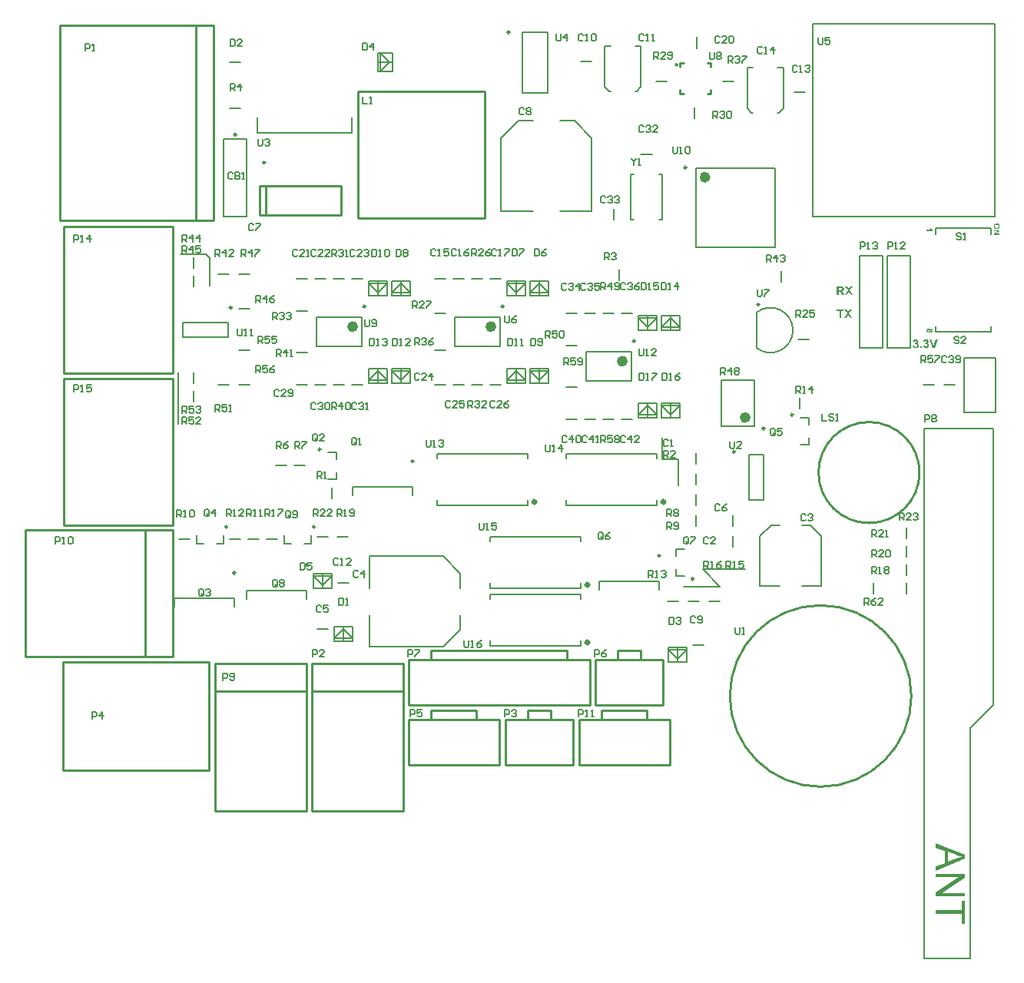
<source format=gto>
%FSLAX25Y25*%
%MOIN*%
G70*
G01*
G75*
%ADD10R,0.09449X0.07087*%
%ADD11O,0.02756X0.09843*%
%ADD12R,0.03937X0.11417*%
%ADD13R,0.40945X0.31496*%
%ADD14R,0.05512X0.04724*%
%ADD15R,0.04724X0.05512*%
%ADD16R,0.21654X0.23228*%
%ADD17R,0.03543X0.07087*%
%ADD18R,0.04528X0.02362*%
%ADD19R,0.06693X0.06693*%
%ADD20R,0.09252X0.20276*%
%ADD21R,0.07992X0.08976*%
%ADD22R,0.09843X0.05512*%
%ADD23R,0.06693X0.06693*%
%ADD24R,0.19685X0.31496*%
%ADD25R,0.09449X0.03937*%
%ADD26R,0.09449X0.12992*%
%ADD27R,0.08465X0.11221*%
G04:AMPARAMS|DCode=28|XSize=11.81mil|YSize=59.06mil|CornerRadius=2.95mil|HoleSize=0mil|Usage=FLASHONLY|Rotation=90.000|XOffset=0mil|YOffset=0mil|HoleType=Round|Shape=RoundedRectangle|*
%AMROUNDEDRECTD28*
21,1,0.01181,0.05315,0,0,90.0*
21,1,0.00591,0.05906,0,0,90.0*
1,1,0.00591,0.02658,0.00295*
1,1,0.00591,0.02658,-0.00295*
1,1,0.00591,-0.02658,-0.00295*
1,1,0.00591,-0.02658,0.00295*
%
%ADD28ROUNDEDRECTD28*%
G04:AMPARAMS|DCode=29|XSize=11.81mil|YSize=59.06mil|CornerRadius=2.95mil|HoleSize=0mil|Usage=FLASHONLY|Rotation=180.000|XOffset=0mil|YOffset=0mil|HoleType=Round|Shape=RoundedRectangle|*
%AMROUNDEDRECTD29*
21,1,0.01181,0.05315,0,0,180.0*
21,1,0.00591,0.05906,0,0,180.0*
1,1,0.00591,-0.00295,0.02658*
1,1,0.00591,0.00295,0.02658*
1,1,0.00591,0.00295,-0.02658*
1,1,0.00591,-0.00295,-0.02658*
%
%ADD29ROUNDEDRECTD29*%
%ADD30R,0.07874X0.03150*%
%ADD31R,0.07874X0.02992*%
%ADD32O,0.06102X0.00984*%
%ADD33O,0.00984X0.06102*%
%ADD34O,0.08858X0.02362*%
%ADD35O,0.09843X0.02756*%
%ADD36R,0.07284X0.16339*%
%ADD37R,0.02362X0.04528*%
%ADD38R,0.20276X0.09252*%
G04:AMPARAMS|DCode=39|XSize=25.59mil|YSize=64.96mil|CornerRadius=1.92mil|HoleSize=0mil|Usage=FLASHONLY|Rotation=0.000|XOffset=0mil|YOffset=0mil|HoleType=Round|Shape=RoundedRectangle|*
%AMROUNDEDRECTD39*
21,1,0.02559,0.06112,0,0,0.0*
21,1,0.02175,0.06496,0,0,0.0*
1,1,0.00384,0.01088,-0.03056*
1,1,0.00384,-0.01088,-0.03056*
1,1,0.00384,-0.01088,0.03056*
1,1,0.00384,0.01088,0.03056*
%
%ADD39ROUNDEDRECTD39*%
%ADD40C,0.01000*%
%ADD41C,0.04000*%
%ADD42C,0.02000*%
%ADD43C,0.10000*%
%ADD44C,0.12000*%
%ADD45C,0.07874*%
%ADD46O,0.07874X0.03937*%
%ADD47O,0.07874X0.03937*%
%ADD48C,0.10000*%
%ADD49C,0.05906*%
%ADD50R,0.05906X0.05906*%
%ADD51C,0.06299*%
%ADD52C,0.11000*%
%ADD53C,0.15748*%
%ADD54R,0.07284X0.07284*%
%ADD55C,0.07284*%
%ADD56R,0.07874X0.07874*%
%ADD57C,0.11811*%
%ADD58C,0.01500*%
%ADD59C,0.01600*%
%ADD60C,0.03500*%
%ADD61C,0.06000*%
%ADD62C,0.03000*%
%ADD63C,0.07000*%
%ADD64R,0.02165X0.03543*%
%ADD65C,0.00984*%
%ADD66C,0.00787*%
%ADD67C,0.01969*%
%ADD68C,0.02362*%
%ADD69C,0.00800*%
%ADD70C,0.00600*%
G36*
X342779Y-117165D02*
X342834D01*
X342899Y-117170D01*
X342968Y-117175D01*
X343116Y-117189D01*
X343264Y-117207D01*
X343333Y-117216D01*
X343402Y-117230D01*
X343462Y-117249D01*
X343518Y-117267D01*
X343523D01*
X343532Y-117272D01*
X343546Y-117276D01*
X343564Y-117286D01*
X343615Y-117313D01*
X343680Y-117350D01*
X343754Y-117401D01*
X343827Y-117466D01*
X343901Y-117544D01*
X343966Y-117637D01*
Y-117641D01*
X343975Y-117650D01*
X343980Y-117664D01*
X343994Y-117683D01*
X344008Y-117706D01*
X344022Y-117738D01*
X344054Y-117812D01*
X344081Y-117900D01*
X344109Y-118002D01*
X344128Y-118113D01*
X344137Y-118237D01*
Y-118242D01*
Y-118256D01*
Y-118279D01*
X344132Y-118311D01*
X344128Y-118348D01*
X344123Y-118390D01*
X344114Y-118436D01*
X344105Y-118491D01*
X344077Y-118602D01*
X344031Y-118722D01*
X344003Y-118782D01*
X343966Y-118842D01*
X343929Y-118898D01*
X343883Y-118953D01*
X343878Y-118958D01*
X343869Y-118967D01*
X343855Y-118981D01*
X343837Y-119000D01*
X343809Y-119023D01*
X343777Y-119046D01*
X343740Y-119073D01*
X343693Y-119101D01*
X343643Y-119133D01*
X343587Y-119166D01*
X343523Y-119194D01*
X343458Y-119221D01*
X343384Y-119249D01*
X343301Y-119272D01*
X343218Y-119291D01*
X343125Y-119309D01*
X343130D01*
X343134Y-119314D01*
X343148Y-119323D01*
X343167Y-119332D01*
X343213Y-119365D01*
X343268Y-119402D01*
X343333Y-119448D01*
X343402Y-119503D01*
X343472Y-119563D01*
X343536Y-119628D01*
X343546Y-119637D01*
X343555Y-119646D01*
X343564Y-119660D01*
X343583Y-119683D01*
X343601Y-119706D01*
X343624Y-119739D01*
X343652Y-119771D01*
X343680Y-119813D01*
X343717Y-119859D01*
X343749Y-119910D01*
X343791Y-119965D01*
X343832Y-120025D01*
X343878Y-120095D01*
X343924Y-120168D01*
X343975Y-120252D01*
X344446Y-121000D01*
X343518D01*
X342964Y-120164D01*
X342959Y-120159D01*
X342950Y-120145D01*
X342936Y-120122D01*
X342917Y-120095D01*
X342890Y-120057D01*
X342862Y-120016D01*
X342802Y-119928D01*
X342733Y-119831D01*
X342663Y-119739D01*
X342631Y-119697D01*
X342603Y-119660D01*
X342575Y-119628D01*
X342552Y-119605D01*
X342548Y-119600D01*
X342534Y-119586D01*
X342511Y-119563D01*
X342483Y-119540D01*
X342451Y-119512D01*
X342409Y-119485D01*
X342368Y-119462D01*
X342321Y-119443D01*
X342317D01*
X342298Y-119434D01*
X342266Y-119429D01*
X342224Y-119420D01*
X342174Y-119411D01*
X342104Y-119406D01*
X342026Y-119397D01*
X341776D01*
Y-121000D01*
X341000D01*
Y-117161D01*
X342728D01*
X342779Y-117165D01*
D02*
G37*
G36*
X346401Y-128999D02*
X347722Y-131000D01*
X346789D01*
X345939Y-129702D01*
X345089Y-131000D01*
X344156D01*
X345481Y-129004D01*
X344280Y-127161D01*
X345186D01*
X345943Y-128311D01*
X346701Y-127161D01*
X347607D01*
X346401Y-128999D01*
D02*
G37*
G36*
X411699Y-93243D02*
X410005Y-94283D01*
X411699D01*
Y-94752D01*
X409181D01*
Y-94243D01*
X410836Y-93222D01*
X409181D01*
Y-92752D01*
X411699D01*
Y-93243D01*
D02*
G37*
G36*
X346724Y-119000D02*
X348045Y-121000D01*
X347112D01*
X346262Y-119702D01*
X345412Y-121000D01*
X344479D01*
X345805Y-119004D01*
X344604Y-117161D01*
X345509D01*
X346267Y-118311D01*
X347024Y-117161D01*
X347930D01*
X346724Y-119000D01*
D02*
G37*
G36*
X344045Y-127808D02*
X342913D01*
Y-131000D01*
X342137D01*
Y-127808D01*
X341000D01*
Y-127161D01*
X344045D01*
Y-127808D01*
D02*
G37*
G36*
X375321Y-140152D02*
X375367Y-140156D01*
X375423Y-140165D01*
X375483Y-140175D01*
X375543Y-140189D01*
X375612Y-140207D01*
X375682Y-140230D01*
X375756Y-140258D01*
X375830Y-140295D01*
X375899Y-140332D01*
X375973Y-140378D01*
X376037Y-140433D01*
X376102Y-140493D01*
X376107Y-140498D01*
X376116Y-140507D01*
X376125Y-140521D01*
X376144Y-140544D01*
X376167Y-140572D01*
X376190Y-140604D01*
X376213Y-140641D01*
X376241Y-140683D01*
X376287Y-140775D01*
X376333Y-140886D01*
X376352Y-140946D01*
X376361Y-141006D01*
X376370Y-141071D01*
X376375Y-141136D01*
Y-141140D01*
Y-141159D01*
X376370Y-141186D01*
X376365Y-141219D01*
X376356Y-141260D01*
X376347Y-141311D01*
X376328Y-141367D01*
X376305Y-141427D01*
X376278Y-141491D01*
X376241Y-141556D01*
X376195Y-141625D01*
X376139Y-141690D01*
X376079Y-141759D01*
X376005Y-141824D01*
X375917Y-141884D01*
X375820Y-141944D01*
X375825D01*
X375834Y-141949D01*
X375853Y-141953D01*
X375876Y-141958D01*
X375903Y-141967D01*
X375936Y-141981D01*
X376010Y-142009D01*
X376093Y-142050D01*
X376181Y-142106D01*
X376268Y-142175D01*
X376347Y-142258D01*
X376352Y-142263D01*
X376356Y-142268D01*
X376365Y-142281D01*
X376379Y-142300D01*
X376393Y-142328D01*
X376412Y-142355D01*
X376449Y-142425D01*
X376481Y-142512D01*
X376513Y-142614D01*
X376536Y-142729D01*
X376546Y-142790D01*
Y-142854D01*
Y-142859D01*
Y-142877D01*
Y-142905D01*
X376541Y-142937D01*
X376536Y-142984D01*
X376527Y-143034D01*
X376513Y-143090D01*
X376499Y-143150D01*
X376481Y-143215D01*
X376458Y-143284D01*
X376426Y-143358D01*
X376389Y-143427D01*
X376347Y-143501D01*
X376296Y-143575D01*
X376241Y-143644D01*
X376176Y-143714D01*
X376171Y-143718D01*
X376157Y-143727D01*
X376139Y-143746D01*
X376111Y-143769D01*
X376074Y-143797D01*
X376028Y-143824D01*
X375982Y-143857D01*
X375922Y-143889D01*
X375857Y-143921D01*
X375788Y-143954D01*
X375714Y-143982D01*
X375631Y-144009D01*
X375548Y-144032D01*
X375455Y-144051D01*
X375358Y-144060D01*
X375257Y-144065D01*
X375206D01*
X375169Y-144060D01*
X375127Y-144055D01*
X375077Y-144051D01*
X375016Y-144042D01*
X374956Y-144028D01*
X374818Y-143991D01*
X374748Y-143968D01*
X374675Y-143940D01*
X374601Y-143908D01*
X374531Y-143866D01*
X374457Y-143820D01*
X374393Y-143769D01*
X374388Y-143764D01*
X374379Y-143755D01*
X374360Y-143737D01*
X374337Y-143714D01*
X374314Y-143686D01*
X374282Y-143649D01*
X374250Y-143607D01*
X374217Y-143556D01*
X374180Y-143506D01*
X374148Y-143446D01*
X374115Y-143381D01*
X374083Y-143312D01*
X374055Y-143238D01*
X374032Y-143155D01*
X374014Y-143071D01*
X374000Y-142984D01*
X374711Y-142896D01*
Y-142900D01*
Y-142910D01*
X374716Y-142923D01*
X374721Y-142942D01*
X374730Y-142988D01*
X374748Y-143048D01*
X374771Y-143118D01*
X374799Y-143187D01*
X374841Y-143252D01*
X374892Y-143312D01*
X374896Y-143316D01*
X374919Y-143335D01*
X374952Y-143358D01*
X374993Y-143381D01*
X375044Y-143409D01*
X375104Y-143432D01*
X375173Y-143450D01*
X375252Y-143455D01*
X375261D01*
X375289Y-143450D01*
X375331Y-143446D01*
X375386Y-143432D01*
X375446Y-143413D01*
X375511Y-143381D01*
X375575Y-143339D01*
X375636Y-143284D01*
X375640Y-143275D01*
X375659Y-143252D01*
X375686Y-143215D01*
X375714Y-143164D01*
X375742Y-143095D01*
X375769Y-143016D01*
X375788Y-142923D01*
X375793Y-142822D01*
Y-142817D01*
Y-142808D01*
Y-142794D01*
Y-142776D01*
X375783Y-142725D01*
X375774Y-142665D01*
X375756Y-142591D01*
X375728Y-142522D01*
X375691Y-142448D01*
X375640Y-142383D01*
X375636Y-142374D01*
X375612Y-142355D01*
X375580Y-142332D01*
X375538Y-142300D01*
X375488Y-142268D01*
X375428Y-142244D01*
X375358Y-142226D01*
X375280Y-142217D01*
X375257D01*
X375224Y-142221D01*
X375187D01*
X375136Y-142230D01*
X375081Y-142240D01*
X375016Y-142254D01*
X374947Y-142272D01*
X375026Y-141676D01*
X375077D01*
X375127Y-141672D01*
X375192Y-141662D01*
X375266Y-141648D01*
X375340Y-141625D01*
X375414Y-141593D01*
X375478Y-141551D01*
X375483Y-141547D01*
X375501Y-141524D01*
X375529Y-141496D01*
X375557Y-141454D01*
X375585Y-141399D01*
X375612Y-141339D01*
X375631Y-141265D01*
X375636Y-141182D01*
Y-141173D01*
Y-141149D01*
X375631Y-141112D01*
X375622Y-141071D01*
X375608Y-141020D01*
X375585Y-140969D01*
X375557Y-140919D01*
X375520Y-140872D01*
X375515Y-140868D01*
X375497Y-140854D01*
X375474Y-140835D01*
X375437Y-140812D01*
X375395Y-140794D01*
X375344Y-140775D01*
X375284Y-140761D01*
X375215Y-140757D01*
X375183D01*
X375150Y-140761D01*
X375104Y-140775D01*
X375053Y-140789D01*
X374998Y-140812D01*
X374942Y-140845D01*
X374892Y-140891D01*
X374887Y-140895D01*
X374873Y-140914D01*
X374850Y-140946D01*
X374822Y-140988D01*
X374795Y-141039D01*
X374771Y-141103D01*
X374748Y-141182D01*
X374735Y-141270D01*
X374055Y-141159D01*
Y-141154D01*
X374060Y-141145D01*
X374065Y-141126D01*
X374069Y-141099D01*
X374074Y-141071D01*
X374083Y-141039D01*
X374106Y-140955D01*
X374139Y-140868D01*
X374171Y-140775D01*
X374213Y-140683D01*
X374263Y-140600D01*
Y-140595D01*
X374268Y-140590D01*
X374291Y-140563D01*
X374323Y-140526D01*
X374365Y-140480D01*
X374425Y-140424D01*
X374490Y-140369D01*
X374573Y-140318D01*
X374661Y-140267D01*
X374665D01*
X374675Y-140262D01*
X374688Y-140258D01*
X374707Y-140249D01*
X374730Y-140239D01*
X374758Y-140230D01*
X374832Y-140207D01*
X374915Y-140184D01*
X375012Y-140165D01*
X375118Y-140152D01*
X375234Y-140147D01*
X375284D01*
X375321Y-140152D01*
D02*
G37*
G36*
X377895Y-144000D02*
X377160D01*
Y-143265D01*
X377895D01*
Y-144000D01*
D02*
G37*
G36*
X383453D02*
X382616D01*
X381244Y-140161D01*
X382080D01*
X383055Y-143002D01*
X383993Y-140161D01*
X384820D01*
X383453Y-144000D01*
D02*
G37*
G36*
X379789Y-140152D02*
X379835Y-140156D01*
X379890Y-140165D01*
X379951Y-140175D01*
X380011Y-140189D01*
X380080Y-140207D01*
X380149Y-140230D01*
X380223Y-140258D01*
X380297Y-140295D01*
X380366Y-140332D01*
X380440Y-140378D01*
X380505Y-140433D01*
X380570Y-140493D01*
X380574Y-140498D01*
X380584Y-140507D01*
X380593Y-140521D01*
X380611Y-140544D01*
X380634Y-140572D01*
X380657Y-140604D01*
X380680Y-140641D01*
X380708Y-140683D01*
X380754Y-140775D01*
X380801Y-140886D01*
X380819Y-140946D01*
X380828Y-141006D01*
X380838Y-141071D01*
X380842Y-141136D01*
Y-141140D01*
Y-141159D01*
X380838Y-141186D01*
X380833Y-141219D01*
X380824Y-141260D01*
X380815Y-141311D01*
X380796Y-141367D01*
X380773Y-141427D01*
X380745Y-141491D01*
X380708Y-141556D01*
X380662Y-141625D01*
X380607Y-141690D01*
X380546Y-141759D01*
X380473Y-141824D01*
X380385Y-141884D01*
X380288Y-141944D01*
X380292D01*
X380302Y-141949D01*
X380320Y-141953D01*
X380343Y-141958D01*
X380371Y-141967D01*
X380403Y-141981D01*
X380477Y-142009D01*
X380560Y-142050D01*
X380648Y-142106D01*
X380736Y-142175D01*
X380815Y-142258D01*
X380819Y-142263D01*
X380824Y-142268D01*
X380833Y-142281D01*
X380847Y-142300D01*
X380861Y-142328D01*
X380879Y-142355D01*
X380916Y-142425D01*
X380948Y-142512D01*
X380981Y-142614D01*
X381004Y-142729D01*
X381013Y-142790D01*
Y-142854D01*
Y-142859D01*
Y-142877D01*
Y-142905D01*
X381009Y-142937D01*
X381004Y-142984D01*
X380995Y-143034D01*
X380981Y-143090D01*
X380967Y-143150D01*
X380948Y-143215D01*
X380925Y-143284D01*
X380893Y-143358D01*
X380856Y-143427D01*
X380815Y-143501D01*
X380764Y-143575D01*
X380708Y-143644D01*
X380644Y-143714D01*
X380639Y-143718D01*
X380625Y-143727D01*
X380607Y-143746D01*
X380579Y-143769D01*
X380542Y-143797D01*
X380496Y-143824D01*
X380450Y-143857D01*
X380389Y-143889D01*
X380325Y-143921D01*
X380256Y-143954D01*
X380182Y-143982D01*
X380098Y-144009D01*
X380015Y-144032D01*
X379923Y-144051D01*
X379826Y-144060D01*
X379724Y-144065D01*
X379673D01*
X379636Y-144060D01*
X379595Y-144055D01*
X379544Y-144051D01*
X379484Y-144042D01*
X379424Y-144028D01*
X379285Y-143991D01*
X379216Y-143968D01*
X379142Y-143940D01*
X379068Y-143908D01*
X378999Y-143866D01*
X378925Y-143820D01*
X378860Y-143769D01*
X378856Y-143764D01*
X378846Y-143755D01*
X378828Y-143737D01*
X378805Y-143714D01*
X378782Y-143686D01*
X378749Y-143649D01*
X378717Y-143607D01*
X378685Y-143556D01*
X378648Y-143506D01*
X378615Y-143446D01*
X378583Y-143381D01*
X378551Y-143312D01*
X378523Y-143238D01*
X378500Y-143155D01*
X378481Y-143071D01*
X378467Y-142984D01*
X379179Y-142896D01*
Y-142900D01*
Y-142910D01*
X379184Y-142923D01*
X379188Y-142942D01*
X379198Y-142988D01*
X379216Y-143048D01*
X379239Y-143118D01*
X379267Y-143187D01*
X379308Y-143252D01*
X379359Y-143312D01*
X379364Y-143316D01*
X379387Y-143335D01*
X379419Y-143358D01*
X379461Y-143381D01*
X379512Y-143409D01*
X379572Y-143432D01*
X379641Y-143450D01*
X379720Y-143455D01*
X379729D01*
X379756Y-143450D01*
X379798Y-143446D01*
X379854Y-143432D01*
X379914Y-143413D01*
X379978Y-143381D01*
X380043Y-143339D01*
X380103Y-143284D01*
X380108Y-143275D01*
X380126Y-143252D01*
X380154Y-143215D01*
X380182Y-143164D01*
X380209Y-143095D01*
X380237Y-143016D01*
X380256Y-142923D01*
X380260Y-142822D01*
Y-142817D01*
Y-142808D01*
Y-142794D01*
Y-142776D01*
X380251Y-142725D01*
X380242Y-142665D01*
X380223Y-142591D01*
X380195Y-142522D01*
X380158Y-142448D01*
X380108Y-142383D01*
X380103Y-142374D01*
X380080Y-142355D01*
X380048Y-142332D01*
X380006Y-142300D01*
X379955Y-142268D01*
X379895Y-142244D01*
X379826Y-142226D01*
X379747Y-142217D01*
X379724D01*
X379692Y-142221D01*
X379655D01*
X379604Y-142230D01*
X379549Y-142240D01*
X379484Y-142254D01*
X379415Y-142272D01*
X379493Y-141676D01*
X379544D01*
X379595Y-141672D01*
X379660Y-141662D01*
X379733Y-141648D01*
X379807Y-141625D01*
X379881Y-141593D01*
X379946Y-141551D01*
X379951Y-141547D01*
X379969Y-141524D01*
X379997Y-141496D01*
X380025Y-141454D01*
X380052Y-141399D01*
X380080Y-141339D01*
X380098Y-141265D01*
X380103Y-141182D01*
Y-141173D01*
Y-141149D01*
X380098Y-141112D01*
X380089Y-141071D01*
X380075Y-141020D01*
X380052Y-140969D01*
X380025Y-140919D01*
X379988Y-140872D01*
X379983Y-140868D01*
X379964Y-140854D01*
X379941Y-140835D01*
X379904Y-140812D01*
X379863Y-140794D01*
X379812Y-140775D01*
X379752Y-140761D01*
X379683Y-140757D01*
X379650D01*
X379618Y-140761D01*
X379572Y-140775D01*
X379521Y-140789D01*
X379466Y-140812D01*
X379410Y-140845D01*
X379359Y-140891D01*
X379355Y-140895D01*
X379341Y-140914D01*
X379318Y-140946D01*
X379290Y-140988D01*
X379262Y-141039D01*
X379239Y-141103D01*
X379216Y-141182D01*
X379202Y-141270D01*
X378523Y-141159D01*
Y-141154D01*
X378528Y-141145D01*
X378532Y-141126D01*
X378537Y-141099D01*
X378541Y-141071D01*
X378551Y-141039D01*
X378574Y-140955D01*
X378606Y-140868D01*
X378639Y-140775D01*
X378680Y-140683D01*
X378731Y-140600D01*
Y-140595D01*
X378735Y-140590D01*
X378759Y-140563D01*
X378791Y-140526D01*
X378833Y-140480D01*
X378893Y-140424D01*
X378957Y-140369D01*
X379040Y-140318D01*
X379128Y-140267D01*
X379133D01*
X379142Y-140262D01*
X379156Y-140258D01*
X379174Y-140249D01*
X379198Y-140239D01*
X379225Y-140230D01*
X379299Y-140207D01*
X379382Y-140184D01*
X379479Y-140165D01*
X379586Y-140152D01*
X379701Y-140147D01*
X379752D01*
X379789Y-140152D01*
D02*
G37*
G36*
X410487Y-89916D02*
X410520D01*
X410560Y-89919D01*
X410602Y-89922D01*
X410648Y-89929D01*
X410699Y-89935D01*
X410751Y-89941D01*
X410857Y-89962D01*
X410966Y-89989D01*
X411069Y-90026D01*
X411072D01*
X411078Y-90029D01*
X411087Y-90035D01*
X411102Y-90041D01*
X411117Y-90050D01*
X411138Y-90062D01*
X411184Y-90089D01*
X411235Y-90122D01*
X411293Y-90162D01*
X411354Y-90210D01*
X411411Y-90262D01*
X411414Y-90265D01*
X411417Y-90268D01*
X411426Y-90277D01*
X411435Y-90289D01*
X411463Y-90319D01*
X411499Y-90359D01*
X411535Y-90407D01*
X411575Y-90462D01*
X411611Y-90522D01*
X411642Y-90586D01*
Y-90589D01*
X411645Y-90598D01*
X411651Y-90610D01*
X411657Y-90628D01*
X411666Y-90650D01*
X411672Y-90677D01*
X411681Y-90707D01*
X411693Y-90744D01*
X411702Y-90780D01*
X411711Y-90822D01*
X411717Y-90868D01*
X411726Y-90913D01*
X411738Y-91016D01*
X411741Y-91128D01*
Y-91131D01*
Y-91135D01*
Y-91153D01*
X411738Y-91183D01*
X411735Y-91222D01*
X411732Y-91268D01*
X411723Y-91322D01*
X411711Y-91383D01*
X411699Y-91450D01*
X411681Y-91519D01*
X411657Y-91592D01*
X411629Y-91665D01*
X411596Y-91741D01*
X411557Y-91813D01*
X411511Y-91886D01*
X411457Y-91956D01*
X411396Y-92019D01*
X411393Y-92022D01*
X411381Y-92034D01*
X411360Y-92049D01*
X411332Y-92071D01*
X411296Y-92098D01*
X411254Y-92125D01*
X411205Y-92156D01*
X411148Y-92189D01*
X411081Y-92219D01*
X411011Y-92250D01*
X410932Y-92277D01*
X410845Y-92304D01*
X410754Y-92325D01*
X410654Y-92340D01*
X410548Y-92352D01*
X410435Y-92356D01*
X410408D01*
X410378Y-92352D01*
X410335Y-92349D01*
X410284Y-92347D01*
X410223Y-92337D01*
X410160Y-92328D01*
X410087Y-92313D01*
X410011Y-92295D01*
X409936Y-92274D01*
X409857Y-92247D01*
X409775Y-92216D01*
X409696Y-92177D01*
X409620Y-92131D01*
X409548Y-92080D01*
X409481Y-92022D01*
X409478Y-92019D01*
X409466Y-92007D01*
X409451Y-91989D01*
X409426Y-91962D01*
X409402Y-91928D01*
X409372Y-91889D01*
X409342Y-91840D01*
X409311Y-91789D01*
X409278Y-91728D01*
X409248Y-91662D01*
X409218Y-91589D01*
X409193Y-91510D01*
X409169Y-91425D01*
X409154Y-91334D01*
X409142Y-91237D01*
X409139Y-91137D01*
Y-91135D01*
Y-91131D01*
Y-91113D01*
X409142Y-91083D01*
X409145Y-91044D01*
X409148Y-90998D01*
X409157Y-90941D01*
X409166Y-90880D01*
X409181Y-90813D01*
X409199Y-90744D01*
X409224Y-90671D01*
X409251Y-90598D01*
X409284Y-90522D01*
X409324Y-90450D01*
X409369Y-90377D01*
X409420Y-90307D01*
X409481Y-90244D01*
X409484Y-90241D01*
X409496Y-90228D01*
X409517Y-90213D01*
X409545Y-90192D01*
X409578Y-90168D01*
X409620Y-90141D01*
X409672Y-90110D01*
X409726Y-90080D01*
X409790Y-90047D01*
X409863Y-90019D01*
X409939Y-89989D01*
X410023Y-89965D01*
X410114Y-89944D01*
X410211Y-89929D01*
X410314Y-89916D01*
X410423Y-89913D01*
X410460D01*
X410487Y-89916D01*
D02*
G37*
G36*
X380799Y-135586D02*
X380817D01*
X380838Y-135589D01*
X380887Y-135595D01*
X380944Y-135607D01*
X381008Y-135625D01*
X381074Y-135649D01*
X381138Y-135683D01*
X381141D01*
X381147Y-135689D01*
X381153Y-135695D01*
X381165Y-135701D01*
X381199Y-135725D01*
X381235Y-135761D01*
X381280Y-135804D01*
X381323Y-135858D01*
X381365Y-135925D01*
X381405Y-136001D01*
Y-135998D01*
X381408Y-135992D01*
X381414Y-135983D01*
X381420Y-135970D01*
X381438Y-135937D01*
X381462Y-135898D01*
X381492Y-135852D01*
X381529Y-135810D01*
X381571Y-135767D01*
X381620Y-135731D01*
X381623D01*
X381626Y-135728D01*
X381644Y-135719D01*
X381671Y-135704D01*
X381711Y-135689D01*
X381756Y-135674D01*
X381808Y-135658D01*
X381862Y-135649D01*
X381923Y-135646D01*
X381950D01*
X381971Y-135649D01*
X381993Y-135652D01*
X382023Y-135655D01*
X382053Y-135661D01*
X382086Y-135671D01*
X382159Y-135695D01*
X382199Y-135710D01*
X382238Y-135728D01*
X382277Y-135749D01*
X382317Y-135777D01*
X382353Y-135807D01*
X382389Y-135840D01*
X382393Y-135843D01*
X382399Y-135849D01*
X382408Y-135861D01*
X382420Y-135877D01*
X382432Y-135898D01*
X382447Y-135922D01*
X382465Y-135952D01*
X382483Y-135986D01*
X382499Y-136022D01*
X382517Y-136065D01*
X382532Y-136110D01*
X382547Y-136161D01*
X382556Y-136213D01*
X382565Y-136274D01*
X382571Y-136334D01*
X382574Y-136401D01*
Y-136404D01*
Y-136416D01*
Y-136434D01*
X382571Y-136458D01*
X382568Y-136489D01*
X382565Y-136525D01*
X382559Y-136561D01*
X382550Y-136604D01*
X382529Y-136695D01*
X382514Y-136740D01*
X382495Y-136786D01*
X382474Y-136831D01*
X382450Y-136876D01*
X382423Y-136916D01*
X382389Y-136955D01*
X382386Y-136958D01*
X382380Y-136964D01*
X382371Y-136974D01*
X382356Y-136986D01*
X382338Y-137001D01*
X382317Y-137019D01*
X382289Y-137037D01*
X382262Y-137055D01*
X382229Y-137073D01*
X382195Y-137092D01*
X382156Y-137110D01*
X382114Y-137125D01*
X382071Y-137137D01*
X382023Y-137146D01*
X381974Y-137152D01*
X381923Y-137155D01*
X381892D01*
X381862Y-137149D01*
X381820Y-137143D01*
X381771Y-137134D01*
X381720Y-137116D01*
X381665Y-137095D01*
X381614Y-137064D01*
X381608Y-137061D01*
X381592Y-137049D01*
X381568Y-137028D01*
X381538Y-136998D01*
X381502Y-136961D01*
X381468Y-136919D01*
X381435Y-136867D01*
X381405Y-136810D01*
Y-136813D01*
X381402Y-136819D01*
X381396Y-136831D01*
X381389Y-136843D01*
X381380Y-136861D01*
X381368Y-136882D01*
X381341Y-136928D01*
X381308Y-136979D01*
X381265Y-137031D01*
X381214Y-137083D01*
X381156Y-137128D01*
X381153D01*
X381150Y-137134D01*
X381141Y-137137D01*
X381129Y-137146D01*
X381114Y-137152D01*
X381096Y-137161D01*
X381050Y-137182D01*
X380996Y-137204D01*
X380932Y-137219D01*
X380859Y-137231D01*
X380784Y-137237D01*
X380750D01*
X380726Y-137234D01*
X380696Y-137231D01*
X380662Y-137225D01*
X380623Y-137219D01*
X380584Y-137210D01*
X380538Y-137198D01*
X380493Y-137182D01*
X380444Y-137164D01*
X380399Y-137143D01*
X380350Y-137116D01*
X380305Y-137086D01*
X380259Y-137052D01*
X380217Y-137013D01*
X380214Y-137010D01*
X380208Y-137004D01*
X380196Y-136989D01*
X380184Y-136974D01*
X380165Y-136949D01*
X380147Y-136925D01*
X380129Y-136892D01*
X380108Y-136855D01*
X380087Y-136816D01*
X380068Y-136770D01*
X380050Y-136722D01*
X380032Y-136670D01*
X380020Y-136613D01*
X380008Y-136552D01*
X380002Y-136489D01*
X379999Y-136422D01*
Y-136419D01*
Y-136407D01*
Y-136389D01*
X380002Y-136364D01*
X380005Y-136337D01*
X380008Y-136301D01*
X380014Y-136264D01*
X380020Y-136222D01*
X380041Y-136131D01*
X380056Y-136086D01*
X380075Y-136037D01*
X380096Y-135989D01*
X380120Y-135940D01*
X380147Y-135895D01*
X380177Y-135849D01*
X380181Y-135846D01*
X380187Y-135837D01*
X380199Y-135825D01*
X380217Y-135807D01*
X380238Y-135789D01*
X380265Y-135765D01*
X380296Y-135740D01*
X380332Y-135716D01*
X380371Y-135692D01*
X380414Y-135668D01*
X380462Y-135643D01*
X380514Y-135625D01*
X380571Y-135607D01*
X380632Y-135595D01*
X380696Y-135586D01*
X380762Y-135583D01*
X380784D01*
X380799Y-135586D01*
D02*
G37*
G36*
X396615Y-373800D02*
X386702Y-380449D01*
X396615D01*
Y-382043D01*
X384000D01*
Y-380328D01*
X393897Y-373694D01*
X384000D01*
Y-372100D01*
X396615D01*
Y-373800D01*
D02*
G37*
G36*
Y-393884D02*
X395127D01*
Y-389724D01*
X384000D01*
Y-388054D01*
X395127D01*
Y-383895D01*
X396615D01*
Y-393884D01*
D02*
G37*
G36*
X381938Y-92003D02*
X381941Y-92009D01*
X381944Y-92018D01*
X381950Y-92033D01*
X381956Y-92052D01*
X381965Y-92070D01*
X381977Y-92094D01*
X381990Y-92121D01*
X382023Y-92182D01*
X382062Y-92251D01*
X382111Y-92327D01*
X382171Y-92409D01*
X382174Y-92412D01*
X382180Y-92418D01*
X382189Y-92430D01*
X382202Y-92445D01*
X382220Y-92464D01*
X382238Y-92485D01*
X382262Y-92506D01*
X382286Y-92530D01*
X382347Y-92582D01*
X382414Y-92630D01*
X382489Y-92676D01*
X382532Y-92694D01*
X382574Y-92712D01*
Y-93106D01*
X380047D01*
Y-92624D01*
X381865D01*
X381862Y-92621D01*
X381853Y-92612D01*
X381841Y-92597D01*
X381826Y-92576D01*
X381805Y-92551D01*
X381780Y-92521D01*
X381753Y-92485D01*
X381726Y-92445D01*
X381699Y-92403D01*
X381668Y-92355D01*
X381638Y-92303D01*
X381608Y-92248D01*
X381577Y-92191D01*
X381550Y-92130D01*
X381526Y-92067D01*
X381502Y-92000D01*
X381938D01*
Y-92003D01*
D02*
G37*
G36*
X396615Y-363812D02*
Y-365634D01*
X384000Y-370780D01*
Y-368882D01*
X387810Y-367425D01*
Y-362127D01*
X384000Y-360761D01*
Y-359000D01*
X396615Y-363812D01*
D02*
G37*
%LPC*%
G36*
X389176Y-362598D02*
Y-366909D01*
X392653Y-365573D01*
X392668D01*
X392728Y-365543D01*
X392804Y-365512D01*
X392926Y-365482D01*
X393062Y-365421D01*
X393214Y-365376D01*
X393396Y-365300D01*
X393579Y-365239D01*
X394004Y-365087D01*
X394444Y-364951D01*
X394884Y-364799D01*
X395309Y-364677D01*
X395294D01*
X395248Y-364662D01*
X395188Y-364647D01*
X395097Y-364632D01*
X394990Y-364601D01*
X394854Y-364571D01*
X394702Y-364541D01*
X394535Y-364495D01*
X394171Y-364404D01*
X393761Y-364283D01*
X393320Y-364146D01*
X392865Y-363994D01*
X389176Y-362598D01*
D02*
G37*
G36*
X342663Y-117808D02*
X341776D01*
Y-118782D01*
X342478D01*
X342529Y-118778D01*
X342640D01*
X342760Y-118773D01*
X342876Y-118764D01*
X342927Y-118759D01*
X342973Y-118750D01*
X343010Y-118745D01*
X343042Y-118736D01*
X343047Y-118732D01*
X343065Y-118727D01*
X343088Y-118713D01*
X343121Y-118699D01*
X343158Y-118676D01*
X343195Y-118648D01*
X343227Y-118616D01*
X343259Y-118575D01*
X343264Y-118570D01*
X343273Y-118551D01*
X343282Y-118528D01*
X343301Y-118496D01*
X343315Y-118454D01*
X343324Y-118404D01*
X343333Y-118348D01*
X343338Y-118288D01*
Y-118279D01*
Y-118256D01*
X343333Y-118219D01*
X343324Y-118177D01*
X343310Y-118126D01*
X343291Y-118076D01*
X343268Y-118020D01*
X343232Y-117974D01*
X343227Y-117969D01*
X343213Y-117955D01*
X343190Y-117932D01*
X343158Y-117909D01*
X343116Y-117882D01*
X343065Y-117858D01*
X343010Y-117835D01*
X342940Y-117821D01*
X342936D01*
X342917Y-117817D01*
X342862D01*
X342834Y-117812D01*
X342719D01*
X342663Y-117808D01*
D02*
G37*
G36*
X410442Y-90438D02*
X410399D01*
X410372Y-90441D01*
X410335Y-90444D01*
X410293Y-90447D01*
X410248Y-90453D01*
X410199Y-90462D01*
X410093Y-90486D01*
X410039Y-90501D01*
X409984Y-90519D01*
X409933Y-90544D01*
X409881Y-90571D01*
X409832Y-90601D01*
X409790Y-90635D01*
X409787Y-90638D01*
X409781Y-90644D01*
X409769Y-90656D01*
X409757Y-90671D01*
X409739Y-90689D01*
X409720Y-90713D01*
X409702Y-90741D01*
X409681Y-90771D01*
X409660Y-90804D01*
X409642Y-90844D01*
X409623Y-90883D01*
X409605Y-90928D01*
X409593Y-90977D01*
X409581Y-91025D01*
X409575Y-91080D01*
X409572Y-91135D01*
Y-91137D01*
Y-91147D01*
X409575Y-91165D01*
Y-91186D01*
X409578Y-91210D01*
X409584Y-91241D01*
X409590Y-91274D01*
X409599Y-91313D01*
X409611Y-91350D01*
X409626Y-91392D01*
X409642Y-91431D01*
X409663Y-91474D01*
X409690Y-91516D01*
X409717Y-91559D01*
X409751Y-91598D01*
X409790Y-91634D01*
X409793Y-91637D01*
X409799Y-91644D01*
X409814Y-91653D01*
X409832Y-91665D01*
X409854Y-91680D01*
X409881Y-91698D01*
X409914Y-91713D01*
X409954Y-91734D01*
X409999Y-91753D01*
X410048Y-91768D01*
X410099Y-91786D01*
X410160Y-91801D01*
X410223Y-91813D01*
X410293Y-91822D01*
X410369Y-91828D01*
X410448Y-91831D01*
X410490D01*
X410517Y-91828D01*
X410554Y-91825D01*
X410596Y-91822D01*
X410642Y-91816D01*
X410690Y-91807D01*
X410796Y-91786D01*
X410851Y-91771D01*
X410902Y-91750D01*
X410954Y-91728D01*
X411005Y-91704D01*
X411051Y-91674D01*
X411093Y-91641D01*
X411096Y-91637D01*
X411102Y-91631D01*
X411114Y-91622D01*
X411126Y-91607D01*
X411141Y-91586D01*
X411160Y-91565D01*
X411181Y-91537D01*
X411202Y-91507D01*
X411220Y-91471D01*
X411241Y-91435D01*
X411260Y-91392D01*
X411275Y-91347D01*
X411287Y-91298D01*
X411299Y-91247D01*
X411305Y-91192D01*
X411308Y-91135D01*
Y-91131D01*
Y-91119D01*
Y-91104D01*
X411305Y-91083D01*
X411302Y-91056D01*
X411296Y-91025D01*
X411290Y-90992D01*
X411281Y-90956D01*
X411269Y-90916D01*
X411254Y-90874D01*
X411238Y-90832D01*
X411217Y-90789D01*
X411190Y-90747D01*
X411163Y-90707D01*
X411129Y-90665D01*
X411090Y-90628D01*
X411087Y-90625D01*
X411081Y-90619D01*
X411069Y-90610D01*
X411051Y-90598D01*
X411026Y-90583D01*
X410999Y-90568D01*
X410966Y-90550D01*
X410929Y-90535D01*
X410884Y-90516D01*
X410839Y-90498D01*
X410784Y-90483D01*
X410726Y-90468D01*
X410663Y-90456D01*
X410593Y-90447D01*
X410520Y-90441D01*
X410442Y-90438D01*
D02*
G37*
G36*
X381890Y-136104D02*
X381865D01*
X381838Y-136107D01*
X381808Y-136113D01*
X381771Y-136122D01*
X381732Y-136137D01*
X381696Y-136155D01*
X381662Y-136183D01*
X381659Y-136186D01*
X381650Y-136198D01*
X381638Y-136216D01*
X381623Y-136240D01*
X381608Y-136270D01*
X381596Y-136307D01*
X381587Y-136349D01*
X381583Y-136398D01*
Y-136401D01*
Y-136404D01*
Y-136419D01*
X381587Y-136446D01*
X381592Y-136477D01*
X381605Y-136510D01*
X381617Y-136546D01*
X381638Y-136583D01*
X381665Y-136616D01*
X381668Y-136619D01*
X381680Y-136628D01*
X381699Y-136643D01*
X381723Y-136658D01*
X381756Y-136673D01*
X381796Y-136689D01*
X381838Y-136698D01*
X381890Y-136701D01*
X381911D01*
X381938Y-136698D01*
X381968Y-136692D01*
X382002Y-136679D01*
X382038Y-136667D01*
X382074Y-136646D01*
X382108Y-136619D01*
X382111Y-136616D01*
X382120Y-136604D01*
X382135Y-136586D01*
X382150Y-136561D01*
X382165Y-136531D01*
X382180Y-136495D01*
X382189Y-136452D01*
X382192Y-136404D01*
Y-136398D01*
Y-136383D01*
X382189Y-136355D01*
X382183Y-136325D01*
X382171Y-136292D01*
X382156Y-136255D01*
X382135Y-136219D01*
X382108Y-136186D01*
X382105Y-136183D01*
X382092Y-136173D01*
X382074Y-136158D01*
X382050Y-136146D01*
X382020Y-136131D01*
X381980Y-136116D01*
X381938Y-136107D01*
X381890Y-136104D01*
D02*
G37*
G36*
X380811Y-136058D02*
X380793D01*
X380778Y-136061D01*
X380741Y-136065D01*
X380696Y-136071D01*
X380647Y-136083D01*
X380596Y-136101D01*
X380544Y-136125D01*
X380499Y-136158D01*
X380493Y-136164D01*
X380481Y-136177D01*
X380462Y-136198D01*
X380444Y-136228D01*
X380423Y-136264D01*
X380405Y-136310D01*
X380393Y-136358D01*
X380387Y-136413D01*
Y-136416D01*
Y-136419D01*
X380390Y-136437D01*
X380393Y-136467D01*
X380399Y-136501D01*
X380414Y-136540D01*
X380432Y-136583D01*
X380456Y-136622D01*
X380493Y-136661D01*
X380499Y-136664D01*
X380514Y-136677D01*
X380538Y-136692D01*
X380571Y-136713D01*
X380617Y-136731D01*
X380671Y-136746D01*
X380732Y-136758D01*
X380805Y-136761D01*
X380835D01*
X380868Y-136755D01*
X380908Y-136749D01*
X380953Y-136737D01*
X381002Y-136719D01*
X381050Y-136695D01*
X381093Y-136661D01*
X381099Y-136658D01*
X381111Y-136643D01*
X381126Y-136622D01*
X381147Y-136592D01*
X381168Y-136555D01*
X381184Y-136513D01*
X381196Y-136461D01*
X381202Y-136407D01*
Y-136404D01*
Y-136398D01*
Y-136389D01*
X381199Y-136380D01*
X381196Y-136346D01*
X381187Y-136307D01*
X381171Y-136264D01*
X381150Y-136222D01*
X381120Y-136180D01*
X381077Y-136143D01*
X381071Y-136140D01*
X381056Y-136131D01*
X381032Y-136116D01*
X380999Y-136101D01*
X380959Y-136086D01*
X380914Y-136071D01*
X380862Y-136061D01*
X380811Y-136058D01*
D02*
G37*
%LPD*%
D40*
X271831Y-21000D02*
G03*
X271831Y-21000I-394J0D01*
G01*
X376915Y-198000D02*
G03*
X376915Y-198000I-21915J0D01*
G01*
X373370Y-295000D02*
G03*
X373370Y-295000I-39370J0D01*
G01*
X5630Y-220732D02*
Y-157268D01*
X52874Y-220732D02*
Y-157268D01*
X5630Y-220732D02*
X52874D01*
X5630Y-157268D02*
X52874D01*
X5630Y-154732D02*
Y-91268D01*
X52874Y-154732D02*
Y-91268D01*
X5630Y-154732D02*
X52874D01*
X5630Y-91268D02*
X52874D01*
X258685Y-305126D02*
Y-301189D01*
X239000D02*
X258685D01*
X239000Y-305126D02*
Y-301189D01*
X229157Y-305126D02*
X268528D01*
Y-324811D02*
Y-305126D01*
X229157Y-324811D02*
X268528D01*
X229157D02*
Y-305126D01*
X224055Y-279126D02*
Y-275189D01*
X165000D02*
X224055D01*
X165000Y-279126D02*
Y-275189D01*
X155157Y-279126D02*
X233898D01*
Y-298811D02*
Y-279126D01*
X155157Y-298811D02*
X233898D01*
X155157D02*
Y-279126D01*
X255842D02*
Y-275189D01*
X246000D02*
X255842D01*
X246000Y-279126D02*
Y-275189D01*
X236157Y-279126D02*
X265685D01*
Y-298811D02*
Y-279126D01*
X236157Y-298811D02*
X265685D01*
X236157D02*
Y-279126D01*
X184685Y-305126D02*
Y-301189D01*
X165000D02*
X184685D01*
X165000Y-305126D02*
Y-301189D01*
X155157Y-305126D02*
X194528D01*
Y-324811D02*
Y-305126D01*
X155157Y-324811D02*
X194528D01*
X155157D02*
Y-305126D01*
X216843D02*
Y-301189D01*
X207000D02*
X216843D01*
X207000Y-305126D02*
Y-301189D01*
X197158Y-305126D02*
X226685D01*
Y-324811D02*
Y-305126D01*
X197158Y-324811D02*
X226685D01*
X197158D02*
Y-305126D01*
X113409Y-293000D02*
Y-281000D01*
Y-345000D02*
Y-293000D01*
X153000Y-305000D02*
Y-293000D01*
X113409D02*
X153000D01*
X113409Y-345000D02*
X153000D01*
Y-305000D01*
Y-293000D02*
Y-281000D01*
X113409D02*
X153000D01*
X62874Y-88622D02*
Y-3976D01*
X3819Y-88622D02*
X70748D01*
X3819Y-3976D02*
X70748D01*
X3819Y-88622D02*
Y-3976D01*
X62874Y-88622D02*
X70748D01*
Y-3976D01*
X62874D02*
X70748D01*
X90472Y-86299D02*
X125906D01*
X90472D02*
Y-73701D01*
X125906Y-86299D02*
Y-73701D01*
X90472D02*
X125906D01*
X93228Y-86299D02*
Y-73701D01*
X133189Y-87559D02*
Y-32441D01*
X188307D01*
Y-87559D02*
Y-32441D01*
X188307Y-87559D02*
X188307Y-87559D01*
X133189Y-87559D02*
X188307D01*
X273013Y-21787D02*
Y-20213D01*
X274587D01*
X284824D02*
X286398D01*
Y-21787D02*
Y-20213D01*
Y-33598D02*
Y-32024D01*
X284824Y-33598D02*
X286398D01*
X273013D02*
Y-32024D01*
Y-33598D02*
X274587D01*
X5268Y-327370D02*
Y-280126D01*
X68732Y-327370D02*
Y-280126D01*
X5268D02*
X68732D01*
X5268Y-327370D02*
X68732D01*
X71409Y-293000D02*
Y-281000D01*
Y-345000D02*
Y-293000D01*
X111000Y-305000D02*
Y-293000D01*
X71409D02*
X111000D01*
X71409Y-345000D02*
X111000D01*
Y-305000D01*
Y-293000D02*
Y-281000D01*
X71409D02*
X111000D01*
X29000Y-278000D02*
X41000D01*
Y-222819D01*
X-11000Y-278000D02*
Y-222819D01*
Y-278000D02*
X29000D01*
X41000D02*
X53000D01*
Y-222819D01*
X-11000D02*
X41000D01*
X53000D01*
D65*
X78535Y-126354D02*
G03*
X78535Y-126354I-492J0D01*
G01*
X307377Y-125058D02*
G03*
X307377Y-125058I-492J0D01*
G01*
X92972Y-63425D02*
G03*
X92972Y-63425I-492J0D01*
G01*
X264405Y-234087D02*
G03*
X264405Y-234087I-492J0D01*
G01*
X117063Y-187913D02*
G03*
X117063Y-187913I-492J0D01*
G01*
X157405Y-193087D02*
G03*
X157405Y-193087I-492J0D01*
G01*
X80488Y-51256D02*
G03*
X80488Y-51256I-492J0D01*
G01*
X199075Y-6811D02*
G03*
X199075Y-6811I-492J0D01*
G01*
X275740Y-65579D02*
G03*
X275740Y-65579I-492J0D01*
G01*
X322063Y-172913D02*
G03*
X322063Y-172913I-492J0D01*
G01*
X309713Y-178847D02*
G03*
X309713Y-178847I-492J0D01*
G01*
X296847Y-188957D02*
G03*
X296847Y-188957I-492J0D01*
G01*
X278921Y-244087D02*
G03*
X278921Y-244087I-492J0D01*
G01*
X80006Y-241487D02*
G03*
X80006Y-241487I-492J0D01*
G01*
X76579Y-221571D02*
G03*
X76579Y-221571I-492J0D01*
G01*
X114579D02*
G03*
X114579Y-221571I-492J0D01*
G01*
X111406Y-238087D02*
G03*
X111406Y-238087I-492J0D01*
G01*
X136437Y-125878D02*
G03*
X136437Y-125878I-492J0D01*
G01*
X196437D02*
G03*
X196437Y-125878I-492J0D01*
G01*
X253437Y-140878D02*
G03*
X253437Y-140878I-492J0D01*
G01*
D66*
X306294Y-143995D02*
G03*
X306294Y-128405I5906J7795D01*
G01*
X57157Y-132850D02*
X76842D01*
X57157Y-139150D02*
X76842D01*
Y-132850D01*
X57157Y-139150D02*
Y-132850D01*
X306294Y-143995D02*
Y-128405D01*
X89528Y-50630D02*
Y-43937D01*
X130472Y-50630D02*
Y-43937D01*
X89528Y-50630D02*
X130472D01*
X409890Y-172016D02*
Y-148394D01*
X396110Y-172016D02*
Y-148394D01*
X409890D01*
X396110Y-172016D02*
X409890D01*
X223638Y-161000D02*
X228362D01*
X378638Y-160000D02*
X383362D01*
X317000Y-115362D02*
Y-110638D01*
X262638Y-28200D02*
X267362D01*
X324238Y-140200D02*
X328962D01*
X55638Y-227000D02*
X60362D01*
X77638Y-40000D02*
X82362D01*
X246600Y-114562D02*
Y-109838D01*
X122000Y-209362D02*
Y-204638D01*
X238008Y-248850D02*
Y-245110D01*
X263992D01*
Y-248850D02*
Y-245110D01*
X120213Y-189094D02*
X123756D01*
Y-192244D02*
Y-189094D01*
X120213Y-200905D02*
X123756D01*
Y-197756D01*
X131008Y-207850D02*
Y-204110D01*
X156992D01*
Y-207850D02*
Y-204110D01*
X351000Y-144000D02*
X361000D01*
X351000D02*
Y-104000D01*
X361000Y-144000D02*
Y-104000D01*
X351000D02*
X361000D01*
X363000Y-144000D02*
X373000D01*
X363000D02*
Y-104000D01*
X373000Y-144000D02*
Y-104000D01*
X363000D02*
X373000D01*
X259000Y-169032D02*
Y-168244D01*
X255063Y-174150D02*
Y-167850D01*
X262937D01*
Y-174150D02*
Y-167850D01*
X255063Y-174150D02*
X262937D01*
X259000Y-169032D02*
X259000Y-169032D01*
X259000Y-173756D02*
Y-169032D01*
X259000Y-169032D02*
X259000D01*
X255063Y-172968D02*
X259000Y-169032D01*
X255063Y-172968D02*
X262937D01*
X259000Y-169032D02*
X262937Y-172968D01*
X269000Y-173756D02*
Y-172968D01*
X272937Y-174150D02*
Y-167850D01*
X265063Y-174150D02*
X272937D01*
X265063D02*
Y-167850D01*
X272937D01*
X269000Y-172968D02*
X269000Y-172968D01*
Y-168244D01*
Y-172968D02*
X269000D01*
X272937Y-169032D01*
X265063D02*
X272937D01*
X265063D02*
X269000Y-172968D01*
X142000Y-154032D02*
Y-153244D01*
X138063Y-159150D02*
Y-152850D01*
X145937D01*
Y-159150D02*
Y-152850D01*
X138063Y-159150D02*
X145937D01*
X142000Y-154032D02*
X142000Y-154032D01*
X142000Y-158756D02*
Y-154032D01*
X142000Y-154032D02*
X142000D01*
X138063Y-157968D02*
X142000Y-154032D01*
X138063Y-157968D02*
X145937D01*
X142000Y-154032D02*
X145937Y-157968D01*
X152000Y-158756D02*
Y-157968D01*
X155937Y-159150D02*
Y-152850D01*
X148063Y-159150D02*
X155937D01*
X148063D02*
Y-152850D01*
X155937D01*
X152000Y-157968D02*
X152000Y-157968D01*
Y-153244D01*
Y-157968D02*
X152000D01*
X155937Y-154032D01*
X148063D02*
X155937D01*
X148063D02*
X152000Y-157968D01*
X202000Y-154032D02*
Y-153244D01*
X198063Y-159150D02*
Y-152850D01*
X205937D01*
Y-159150D02*
Y-152850D01*
X198063Y-159150D02*
X205937D01*
X202000Y-154032D02*
X202000Y-154032D01*
X202000Y-158756D02*
Y-154032D01*
X202000Y-154032D02*
X202000D01*
X198063Y-157968D02*
X202000Y-154032D01*
X198063Y-157968D02*
X205937D01*
X202000Y-154032D02*
X205937Y-157968D01*
X212000Y-158756D02*
Y-157968D01*
X215937Y-159150D02*
Y-152850D01*
X208063Y-159150D02*
X215937D01*
X208063D02*
Y-152850D01*
X215937D01*
X212000Y-157968D02*
X212000Y-157968D01*
Y-153244D01*
Y-157968D02*
X212000D01*
X215937Y-154032D01*
X208063D02*
X215937D01*
X208063D02*
X212000Y-157968D01*
X272000Y-279756D02*
Y-278969D01*
X275937Y-280150D02*
Y-273850D01*
X268063Y-280150D02*
X275937D01*
X268063D02*
Y-273850D01*
X275937D01*
X272000Y-278969D02*
X272000Y-278969D01*
Y-274244D01*
Y-278969D02*
X272000D01*
X275937Y-275031D01*
X268063D02*
X275937D01*
X268063D02*
X272000Y-278969D01*
X77638Y-20000D02*
X82362D01*
X85000Y-86850D02*
Y-53150D01*
X75000Y-86850D02*
X85000D01*
X75000D02*
Y-53150D01*
X85000D01*
X387638Y-160000D02*
X392362D01*
X256038Y-60000D02*
X260762D01*
X278638Y-273000D02*
X283362D01*
X220807Y-45315D02*
X227155D01*
X234685Y-52845D01*
X195315D02*
X202845Y-45315D01*
X209193D01*
X234685Y-84685D02*
Y-52845D01*
X220807Y-84685D02*
X234685D01*
X195315D02*
X209193D01*
X195315D02*
Y-52845D01*
X146968Y-20000D02*
X147756D01*
X141850Y-16063D02*
X148150D01*
Y-23937D02*
Y-16063D01*
X141850Y-23937D02*
X148150D01*
X141850D02*
Y-16063D01*
X146968Y-20000D02*
X146968Y-20000D01*
X142244Y-20000D02*
X146968D01*
X146968D02*
Y-20000D01*
X143032Y-16063D02*
X146968Y-20000D01*
X143032Y-23937D02*
Y-16063D01*
Y-23937D02*
X146968Y-20000D01*
X204488Y-33189D02*
Y-6811D01*
X215512Y-33189D02*
Y-6811D01*
X204488D02*
X215512D01*
X204488Y-33189D02*
X215512D01*
X229838Y-19400D02*
X234562D01*
X256074Y-30622D02*
Y-12757D01*
X253613D02*
X256074D01*
X240326D02*
X242787D01*
X240326Y-30622D02*
Y-12757D01*
X253613Y-32443D02*
X254253D01*
X256074Y-30622D01*
X240326D02*
X242147Y-32443D01*
X242787D01*
X280200Y-13762D02*
Y-9038D01*
X291438Y-28200D02*
X296162D01*
X317874Y-40022D02*
Y-22158D01*
X315413D02*
X317874D01*
X302126D02*
X304587D01*
X302126Y-40022D02*
Y-22158D01*
X315413Y-41842D02*
X316053D01*
X317874Y-40022D01*
X302126D02*
X303947Y-41842D01*
X304587D01*
X322638Y-33000D02*
X327362D01*
X279400Y-44162D02*
Y-39438D01*
X244200Y-88162D02*
Y-83438D01*
X279874Y-100126D02*
Y-65874D01*
X314126Y-100126D02*
Y-65874D01*
X279874D02*
X314126D01*
X279874Y-100126D02*
X314126D01*
X371400Y-226562D02*
Y-221838D01*
Y-234562D02*
Y-229838D01*
Y-242562D02*
Y-237838D01*
X357000Y-250562D02*
Y-245838D01*
X371400Y-250562D02*
Y-245838D01*
X325213Y-174094D02*
X328756D01*
Y-177244D02*
Y-174094D01*
X325213Y-185906D02*
X328756D01*
Y-182756D01*
X325000Y-170362D02*
Y-165638D01*
X290815Y-157961D02*
X305185D01*
X290815Y-178039D02*
X305185D01*
X290815D02*
Y-157961D01*
X305185Y-178039D02*
Y-157961D01*
X302850Y-209842D02*
Y-190157D01*
X309150Y-209842D02*
Y-190157D01*
X302850D02*
X309150D01*
X302850Y-209842D02*
X309150D01*
X307614Y-247189D02*
Y-225683D01*
Y-247189D02*
X316177D01*
X325823D02*
X334386D01*
Y-225683D01*
X312486Y-220811D02*
X316177D01*
X307614Y-225683D02*
X312486Y-220811D01*
X329514D02*
X334386Y-225683D01*
X325823Y-220811D02*
X329514D01*
X296000Y-230362D02*
Y-225638D01*
Y-221362D02*
Y-216638D01*
X280000Y-221362D02*
Y-216638D01*
X271244Y-242905D02*
X274787D01*
X271244D02*
Y-239756D01*
Y-231095D02*
X274787D01*
X271244Y-234244D02*
Y-231095D01*
X280000Y-212362D02*
Y-207638D01*
Y-203362D02*
Y-198638D01*
Y-194362D02*
Y-189638D01*
X62000Y-109362D02*
Y-104638D01*
Y-117362D02*
Y-112638D01*
X72638Y-112000D02*
X77362D01*
X81638D02*
X86362D01*
X81638Y-127000D02*
X86362D01*
X81638Y-145000D02*
X86362D01*
X81638Y-160000D02*
X86362D01*
X72638D02*
X77362D01*
X62000Y-159362D02*
Y-154638D01*
Y-167362D02*
Y-162638D01*
X97638Y-195000D02*
X102362D01*
X105638D02*
X110362D01*
X53608Y-256250D02*
Y-252510D01*
X79592D01*
Y-256250D02*
Y-252510D01*
X74906Y-228756D02*
Y-225213D01*
X71756Y-228756D02*
X74906D01*
X63095D02*
Y-225213D01*
Y-228756D02*
X66244D01*
X77638Y-227000D02*
X82362D01*
X85638D02*
X90362D01*
X93638D02*
X98362D01*
X112906Y-228756D02*
Y-225213D01*
X109756Y-228756D02*
X112906D01*
X101094D02*
Y-225213D01*
Y-228756D02*
X104244D01*
X85008Y-252850D02*
Y-249110D01*
X110992D01*
Y-252850D02*
Y-249110D01*
X118000Y-247756D02*
Y-246969D01*
X121937Y-248150D02*
Y-241850D01*
X114063Y-248150D02*
X121937D01*
X114063D02*
Y-241850D01*
X121937D01*
X118000Y-246969D02*
X118000Y-246969D01*
Y-242244D01*
Y-246969D02*
X118000D01*
X121937Y-243032D01*
X114063D02*
X121937D01*
X114063D02*
X118000Y-246969D01*
X124638Y-246000D02*
X129362D01*
X115638Y-266000D02*
X120362D01*
X127000Y-266032D02*
Y-265244D01*
X123063Y-271150D02*
Y-264850D01*
X130937D01*
Y-271150D02*
Y-264850D01*
X123063Y-271150D02*
X130937D01*
X127000Y-266032D02*
X127000Y-266032D01*
X127000Y-270756D02*
Y-266032D01*
X127000Y-266032D02*
X127000D01*
X123063Y-269969D02*
X127000Y-266032D01*
X123063Y-269969D02*
X130937D01*
X127000Y-266032D02*
X130937Y-269969D01*
X177685Y-266156D02*
Y-259807D01*
X170156Y-273685D02*
X177685Y-266156D01*
X170156Y-234315D02*
X177685Y-241845D01*
Y-248193D02*
Y-241845D01*
X138315Y-273685D02*
X170156D01*
X138315D02*
Y-259807D01*
Y-248193D02*
Y-234315D01*
X170156D01*
X115438Y-225800D02*
X120162D01*
X124238D02*
X128962D01*
X106638Y-114000D02*
X111362D01*
X114638D02*
X119362D01*
X122638D02*
X127362D01*
X130638D02*
X135362D01*
X142000Y-120756D02*
Y-119968D01*
X145937Y-121150D02*
Y-114850D01*
X138063Y-121150D02*
X145937D01*
X138063D02*
Y-114850D01*
X145937D01*
X142000Y-119968D02*
X142000Y-119968D01*
Y-115244D01*
Y-119968D02*
X142000D01*
X145937Y-116032D01*
X138063D02*
X145937D01*
X138063D02*
X142000Y-119968D01*
X152000Y-116032D02*
Y-115244D01*
X148063Y-121150D02*
Y-114850D01*
X155937D01*
Y-121150D02*
Y-114850D01*
X148063Y-121150D02*
X155937D01*
X152000Y-116032D02*
X152000Y-116032D01*
X152000Y-120756D02*
Y-116032D01*
X152000Y-116032D02*
X152000D01*
X148063Y-119968D02*
X152000Y-116032D01*
X148063Y-119968D02*
X155937D01*
X152000Y-116032D02*
X155937Y-119968D01*
X106638Y-128000D02*
X111362D01*
X106638Y-146000D02*
X111362D01*
X106638Y-160000D02*
X111362D01*
X114638D02*
X119362D01*
X122638D02*
X127362D01*
X130638D02*
X135362D01*
X115157Y-143299D02*
Y-130701D01*
X134843Y-143299D02*
Y-130701D01*
X115157Y-143299D02*
X134843D01*
X115157Y-130701D02*
X134843D01*
X166638Y-114000D02*
X171362D01*
X174638D02*
X179362D01*
X182638D02*
X187362D01*
X190638D02*
X195362D01*
X202000Y-120756D02*
Y-119968D01*
X205937Y-121150D02*
Y-114850D01*
X198063Y-121150D02*
X205937D01*
X198063D02*
Y-114850D01*
X205937D01*
X202000Y-119968D02*
X202000Y-119968D01*
Y-115244D01*
Y-119968D02*
X202000D01*
X205937Y-116032D01*
X198063D02*
X205937D01*
X198063D02*
X202000Y-119968D01*
X212000Y-116032D02*
Y-115244D01*
X208063Y-121150D02*
Y-114850D01*
X215937D01*
Y-121150D02*
Y-114850D01*
X208063Y-121150D02*
X215937D01*
X212000Y-116032D02*
X212000Y-116032D01*
X212000Y-120756D02*
Y-116032D01*
X212000Y-116032D02*
X212000D01*
X208063Y-119968D02*
X212000Y-116032D01*
X208063Y-119968D02*
X215937D01*
X212000Y-116032D02*
X215937Y-119968D01*
X166638Y-129000D02*
X171362D01*
X175157Y-143299D02*
Y-130701D01*
X194843Y-143299D02*
Y-130701D01*
X175157Y-143299D02*
X194843D01*
X175157Y-130701D02*
X194843D01*
X166638Y-145000D02*
X171362D01*
X166638Y-160000D02*
X171362D01*
X174638D02*
X179362D01*
X182638D02*
X187362D01*
X190638D02*
X195362D01*
X223638Y-129000D02*
X228362D01*
X231638D02*
X236362D01*
X239638D02*
X244362D01*
X247638D02*
X252362D01*
X259000Y-135756D02*
Y-134968D01*
X262937Y-136150D02*
Y-129850D01*
X255063Y-136150D02*
X262937D01*
X255063D02*
Y-129850D01*
X262937D01*
X259000Y-134968D02*
X259000Y-134968D01*
Y-130244D01*
Y-134968D02*
X259000D01*
X262937Y-131032D01*
X255063D02*
X262937D01*
X255063D02*
X259000Y-134968D01*
X269000Y-131032D02*
Y-130244D01*
X265063Y-136150D02*
Y-129850D01*
X272937D01*
Y-136150D02*
Y-129850D01*
X265063Y-136150D02*
X272937D01*
X269000Y-131032D02*
X269000Y-131032D01*
X269000Y-135756D02*
Y-131032D01*
X269000Y-131032D02*
X269000D01*
X265063Y-134968D02*
X269000Y-131032D01*
X265063Y-134968D02*
X272937D01*
X269000Y-131032D02*
X272937Y-134968D01*
X223638Y-143000D02*
X228362D01*
X232157Y-158299D02*
Y-145701D01*
X251842Y-158299D02*
Y-145701D01*
X232157Y-158299D02*
X251842D01*
X232157Y-145701D02*
X251842D01*
X223638Y-175000D02*
X228362D01*
X231638D02*
X236362D01*
X239638D02*
X244362D01*
X247638D02*
X252362D01*
X276638Y-254000D02*
X281362D01*
X267638D02*
X272362D01*
X285638D02*
X290362D01*
D67*
X210150Y-210724D02*
G03*
X210150Y-210724I-394J0D01*
G01*
X233150Y-246724D02*
G03*
X233150Y-246724I-394J0D01*
G01*
Y-271724D02*
G03*
X233150Y-271724I-394J0D01*
G01*
X266150Y-210724D02*
G03*
X266150Y-210724I-394J0D01*
G01*
D68*
X284992Y-69811D02*
G03*
X284992Y-69811I-1181J0D01*
G01*
X302429Y-174102D02*
G03*
X302429Y-174102I-1181J0D01*
G01*
X132087Y-134638D02*
G03*
X132087Y-134638I-1181J0D01*
G01*
X192087D02*
G03*
X192087Y-134638I-1181J0D01*
G01*
X249087Y-149638D02*
G03*
X249087Y-149638I-1181J0D01*
G01*
D69*
X263912Y-68677D02*
X265093D01*
Y-88362D02*
Y-68677D01*
X263912Y-88362D02*
X265093D01*
X251707Y-68677D02*
X252888D01*
X251707Y-88362D02*
Y-68677D01*
Y-88362D02*
X252888D01*
X409000Y-299000D02*
Y-189000D01*
X399000Y-309000D02*
X409000Y-299000D01*
X399000Y-409000D02*
Y-309000D01*
X379000Y-409000D02*
X399000D01*
X379000D02*
Y-179000D01*
X409000D01*
Y-189000D02*
Y-179000D01*
X167630Y-191807D02*
Y-189779D01*
X207000D01*
Y-191807D02*
Y-189779D01*
X167630Y-212083D02*
Y-210055D01*
Y-212083D02*
X207000D01*
Y-210055D01*
X190630Y-227807D02*
Y-225780D01*
X230000D01*
Y-227807D02*
Y-225780D01*
X190630Y-248083D02*
Y-246055D01*
Y-248083D02*
X230000D01*
Y-246055D01*
X409466Y-86824D02*
Y-3359D01*
X330726Y-86824D02*
Y-3359D01*
Y-86824D02*
X409466D01*
X330726Y-3359D02*
X409466D01*
X408000Y-94500D02*
Y-92000D01*
X383787D02*
X408000D01*
X383787Y-94500D02*
Y-92000D01*
X408000Y-137000D02*
Y-134500D01*
X383787Y-137000D02*
X408000D01*
X383787D02*
Y-134500D01*
X230000Y-273083D02*
Y-271055D01*
X190630Y-273083D02*
X230000D01*
X190630D02*
Y-271055D01*
X230000Y-252807D02*
Y-250780D01*
X190630D02*
X230000D01*
X190630Y-252807D02*
Y-250780D01*
X263000Y-212083D02*
Y-210055D01*
X223630Y-212083D02*
X263000D01*
X223630D02*
Y-210055D01*
X263000Y-191807D02*
Y-189779D01*
X223630D02*
X263000D01*
X223630Y-191807D02*
Y-189779D01*
D70*
X56400Y-103200D02*
X67200D01*
X69000Y-105000D01*
Y-117000D02*
Y-105000D01*
X55400Y-177000D02*
Y-154600D01*
X265200Y-192000D02*
Y-183001D01*
Y-192000D02*
X265400Y-192200D01*
X272200D01*
Y-203400D02*
Y-192200D01*
X282800Y-240000D02*
X301098D01*
X282800D02*
X290200Y-247400D01*
X274600D02*
X290200D01*
X251900Y-61501D02*
Y-62001D01*
X252900Y-63001D01*
X253899Y-62001D01*
Y-61501D01*
X252900Y-63001D02*
Y-64500D01*
X254899D02*
X255899D01*
X255399D01*
Y-61501D01*
X254899Y-62001D01*
X255100Y-144302D02*
Y-146801D01*
X255600Y-147301D01*
X256599D01*
X257099Y-146801D01*
Y-144302D01*
X258099Y-147301D02*
X259099D01*
X258599D01*
Y-144302D01*
X258099Y-144802D01*
X262598Y-147301D02*
X260598D01*
X262598Y-145302D01*
Y-144802D01*
X262098Y-144302D01*
X261098D01*
X260598Y-144802D01*
X81000Y-135601D02*
Y-138100D01*
X81500Y-138600D01*
X82499D01*
X82999Y-138100D01*
Y-135601D01*
X83999Y-138600D02*
X84999D01*
X84499D01*
Y-135601D01*
X83999Y-136101D01*
X86498Y-138600D02*
X87498D01*
X86998D01*
Y-135601D01*
X86498Y-136101D01*
X269800Y-56401D02*
Y-58900D01*
X270300Y-59400D01*
X271300D01*
X271799Y-58900D01*
Y-56401D01*
X272799Y-59400D02*
X273799D01*
X273299D01*
Y-56401D01*
X272799Y-56901D01*
X275298D02*
X275798Y-56401D01*
X276798D01*
X277298Y-56901D01*
Y-58900D01*
X276798Y-59400D01*
X275798D01*
X275298Y-58900D01*
Y-56901D01*
X136200Y-131601D02*
Y-134100D01*
X136700Y-134600D01*
X137699D01*
X138199Y-134100D01*
Y-131601D01*
X139199Y-134100D02*
X139699Y-134600D01*
X140699D01*
X141198Y-134100D01*
Y-132101D01*
X140699Y-131601D01*
X139699D01*
X139199Y-132101D01*
Y-132601D01*
X139699Y-133100D01*
X141198D01*
X285800Y-15601D02*
Y-18100D01*
X286300Y-18600D01*
X287299D01*
X287799Y-18100D01*
Y-15601D01*
X288799Y-16101D02*
X289299Y-15601D01*
X290299D01*
X290798Y-16101D01*
Y-16601D01*
X290299Y-17100D01*
X290798Y-17600D01*
Y-18100D01*
X290299Y-18600D01*
X289299D01*
X288799Y-18100D01*
Y-17600D01*
X289299Y-17100D01*
X288799Y-16601D01*
Y-16101D01*
X289299Y-17100D02*
X290299D01*
X306500Y-118501D02*
Y-121000D01*
X307000Y-121500D01*
X307999D01*
X308499Y-121000D01*
Y-118501D01*
X309499D02*
X311498D01*
Y-119001D01*
X309499Y-121000D01*
Y-121500D01*
X197000Y-130001D02*
Y-132500D01*
X197500Y-133000D01*
X198500D01*
X198999Y-132500D01*
Y-130001D01*
X201998D02*
X200999Y-130501D01*
X199999Y-131500D01*
Y-132500D01*
X200499Y-133000D01*
X201499D01*
X201998Y-132500D01*
Y-132000D01*
X201499Y-131500D01*
X199999D01*
X219400Y-7601D02*
Y-10100D01*
X219900Y-10600D01*
X220900D01*
X221399Y-10100D01*
Y-7601D01*
X223899Y-10600D02*
Y-7601D01*
X222399Y-9100D01*
X224398D01*
X89800Y-53201D02*
Y-55700D01*
X90300Y-56200D01*
X91299D01*
X91799Y-55700D01*
Y-53201D01*
X92799Y-53701D02*
X93299Y-53201D01*
X94299D01*
X94798Y-53701D01*
Y-54201D01*
X94299Y-54700D01*
X93799D01*
X94299D01*
X94798Y-55200D01*
Y-55700D01*
X94299Y-56200D01*
X93299D01*
X92799Y-55700D01*
X294600Y-184401D02*
Y-186900D01*
X295100Y-187400D01*
X296099D01*
X296599Y-186900D01*
Y-184401D01*
X299598Y-187400D02*
X297599D01*
X299598Y-185401D01*
Y-184901D01*
X299098Y-184401D01*
X298099D01*
X297599Y-184901D01*
X297000Y-265201D02*
Y-267700D01*
X297500Y-268200D01*
X298499D01*
X298999Y-267700D01*
Y-265201D01*
X299999Y-268200D02*
X300999D01*
X300499D01*
Y-265201D01*
X299999Y-265701D01*
X393999Y-139501D02*
X393499Y-139001D01*
X392500D01*
X392000Y-139501D01*
Y-140001D01*
X392500Y-140500D01*
X393499D01*
X393999Y-141000D01*
Y-141500D01*
X393499Y-142000D01*
X392500D01*
X392000Y-141500D01*
X396998Y-142000D02*
X394999D01*
X396998Y-140001D01*
Y-139501D01*
X396498Y-139001D01*
X395499D01*
X394999Y-139501D01*
X394999Y-94501D02*
X394499Y-94001D01*
X393500D01*
X393000Y-94501D01*
Y-95001D01*
X393500Y-95500D01*
X394499D01*
X394999Y-96000D01*
Y-96500D01*
X394499Y-97000D01*
X393500D01*
X393000Y-96500D01*
X395999Y-97000D02*
X396999D01*
X396499D01*
Y-94001D01*
X395999Y-94501D01*
X222700Y-151300D02*
Y-148301D01*
X224200D01*
X224699Y-148801D01*
Y-149801D01*
X224200Y-150300D01*
X222700D01*
X223700D02*
X224699Y-151300D01*
X227698Y-148301D02*
X225699D01*
Y-149801D01*
X226699Y-149301D01*
X227199D01*
X227698Y-149801D01*
Y-150800D01*
X227199Y-151300D01*
X226199D01*
X225699Y-150800D01*
X228698D02*
X229198Y-151300D01*
X230198D01*
X230697Y-150800D01*
Y-148801D01*
X230198Y-148301D01*
X229198D01*
X228698Y-148801D01*
Y-149301D01*
X229198Y-149801D01*
X230697D01*
X238600Y-185000D02*
Y-182001D01*
X240100D01*
X240599Y-182501D01*
Y-183501D01*
X240100Y-184000D01*
X238600D01*
X239600D02*
X240599Y-185000D01*
X243598Y-182001D02*
X241599D01*
Y-183501D01*
X242599Y-183001D01*
X243098D01*
X243598Y-183501D01*
Y-184500D01*
X243098Y-185000D01*
X242099D01*
X241599Y-184500D01*
X244598Y-182501D02*
X245098Y-182001D01*
X246098D01*
X246597Y-182501D01*
Y-183001D01*
X246098Y-183501D01*
X246597Y-184000D01*
Y-184500D01*
X246098Y-185000D01*
X245098D01*
X244598Y-184500D01*
Y-184000D01*
X245098Y-183501D01*
X244598Y-183001D01*
Y-182501D01*
X245098Y-183501D02*
X246098D01*
X377700Y-150300D02*
Y-147301D01*
X379200D01*
X379699Y-147801D01*
Y-148801D01*
X379200Y-149300D01*
X377700D01*
X378700D02*
X379699Y-150300D01*
X382698Y-147301D02*
X380699D01*
Y-148801D01*
X381699Y-148301D01*
X382199D01*
X382698Y-148801D01*
Y-149800D01*
X382199Y-150300D01*
X381199D01*
X380699Y-149800D01*
X383698Y-147301D02*
X385697D01*
Y-147801D01*
X383698Y-149800D01*
Y-150300D01*
X89000Y-154600D02*
Y-151601D01*
X90500D01*
X90999Y-152101D01*
Y-153101D01*
X90500Y-153600D01*
X89000D01*
X90000D02*
X90999Y-154600D01*
X93998Y-151601D02*
X91999D01*
Y-153101D01*
X92999Y-152601D01*
X93499D01*
X93998Y-153101D01*
Y-154100D01*
X93499Y-154600D01*
X92499D01*
X91999Y-154100D01*
X96997Y-151601D02*
X95998Y-152101D01*
X94998Y-153101D01*
Y-154100D01*
X95498Y-154600D01*
X96498D01*
X96997Y-154100D01*
Y-153600D01*
X96498Y-153101D01*
X94998D01*
X89800Y-141800D02*
Y-138801D01*
X91299D01*
X91799Y-139301D01*
Y-140301D01*
X91299Y-140800D01*
X89800D01*
X90800D02*
X91799Y-141800D01*
X94798Y-138801D02*
X92799D01*
Y-140301D01*
X93799Y-139801D01*
X94299D01*
X94798Y-140301D01*
Y-141300D01*
X94299Y-141800D01*
X93299D01*
X92799Y-141300D01*
X97797Y-138801D02*
X95798D01*
Y-140301D01*
X96798Y-139801D01*
X97298D01*
X97797Y-140301D01*
Y-141300D01*
X97298Y-141800D01*
X96298D01*
X95798Y-141300D01*
X57000Y-172200D02*
Y-169201D01*
X58499D01*
X58999Y-169701D01*
Y-170701D01*
X58499Y-171200D01*
X57000D01*
X58000D02*
X58999Y-172200D01*
X61998Y-169201D02*
X59999D01*
Y-170701D01*
X60999Y-170201D01*
X61499D01*
X61998Y-170701D01*
Y-171700D01*
X61499Y-172200D01*
X60499D01*
X59999Y-171700D01*
X62998Y-169701D02*
X63498Y-169201D01*
X64498D01*
X64997Y-169701D01*
Y-170201D01*
X64498Y-170701D01*
X63998D01*
X64498D01*
X64997Y-171200D01*
Y-171700D01*
X64498Y-172200D01*
X63498D01*
X62998Y-171700D01*
X57000Y-177000D02*
Y-174001D01*
X58499D01*
X58999Y-174501D01*
Y-175501D01*
X58499Y-176000D01*
X57000D01*
X58000D02*
X58999Y-177000D01*
X61998Y-174001D02*
X59999D01*
Y-175501D01*
X60999Y-175001D01*
X61499D01*
X61998Y-175501D01*
Y-176500D01*
X61499Y-177000D01*
X60499D01*
X59999Y-176500D01*
X64997Y-177000D02*
X62998D01*
X64997Y-175001D01*
Y-174501D01*
X64498Y-174001D01*
X63498D01*
X62998Y-174501D01*
X71400Y-171400D02*
Y-168401D01*
X72900D01*
X73399Y-168901D01*
Y-169901D01*
X72900Y-170400D01*
X71400D01*
X72400D02*
X73399Y-171400D01*
X76398Y-168401D02*
X74399D01*
Y-169901D01*
X75399Y-169401D01*
X75899D01*
X76398Y-169901D01*
Y-170900D01*
X75899Y-171400D01*
X74899D01*
X74399Y-170900D01*
X77398Y-171400D02*
X78398D01*
X77898D01*
Y-168401D01*
X77398Y-168901D01*
X214600Y-139400D02*
Y-136401D01*
X216100D01*
X216599Y-136901D01*
Y-137900D01*
X216100Y-138400D01*
X214600D01*
X215600D02*
X216599Y-139400D01*
X219598Y-136401D02*
X217599D01*
Y-137900D01*
X218599Y-137401D01*
X219098D01*
X219598Y-137900D01*
Y-138900D01*
X219098Y-139400D01*
X218099D01*
X217599Y-138900D01*
X220598Y-136901D02*
X221098Y-136401D01*
X222098D01*
X222597Y-136901D01*
Y-138900D01*
X222098Y-139400D01*
X221098D01*
X220598Y-138900D01*
Y-136901D01*
X238600Y-118600D02*
Y-115601D01*
X240100D01*
X240599Y-116101D01*
Y-117101D01*
X240100Y-117600D01*
X238600D01*
X239600D02*
X240599Y-118600D01*
X243098D02*
Y-115601D01*
X241599Y-117101D01*
X243598D01*
X244598Y-118100D02*
X245098Y-118600D01*
X246098D01*
X246597Y-118100D01*
Y-116101D01*
X246098Y-115601D01*
X245098D01*
X244598Y-116101D01*
Y-116601D01*
X245098Y-117101D01*
X246597D01*
X290600Y-155400D02*
Y-152401D01*
X292099D01*
X292599Y-152901D01*
Y-153901D01*
X292099Y-154400D01*
X290600D01*
X291600D02*
X292599Y-155400D01*
X295098D02*
Y-152401D01*
X293599Y-153901D01*
X295598D01*
X296598Y-152901D02*
X297098Y-152401D01*
X298098D01*
X298597Y-152901D01*
Y-153401D01*
X298098Y-153901D01*
X298597Y-154400D01*
Y-154900D01*
X298098Y-155400D01*
X297098D01*
X296598Y-154900D01*
Y-154400D01*
X297098Y-153901D01*
X296598Y-153401D01*
Y-152901D01*
X297098Y-153901D02*
X298098D01*
X82600Y-104200D02*
Y-101201D01*
X84100D01*
X84599Y-101701D01*
Y-102700D01*
X84100Y-103200D01*
X82600D01*
X83600D02*
X84599Y-104200D01*
X87099D02*
Y-101201D01*
X85599Y-102700D01*
X87598D01*
X88598Y-101201D02*
X90597D01*
Y-101701D01*
X88598Y-103700D01*
Y-104200D01*
X89000Y-124200D02*
Y-121201D01*
X90500D01*
X90999Y-121701D01*
Y-122701D01*
X90500Y-123200D01*
X89000D01*
X90000D02*
X90999Y-124200D01*
X93499D02*
Y-121201D01*
X91999Y-122701D01*
X93998D01*
X96997Y-121201D02*
X95998Y-121701D01*
X94998Y-122701D01*
Y-123700D01*
X95498Y-124200D01*
X96498D01*
X96997Y-123700D01*
Y-123200D01*
X96498Y-122701D01*
X94998D01*
X57000Y-102600D02*
Y-99601D01*
X58499D01*
X58999Y-100101D01*
Y-101101D01*
X58499Y-101600D01*
X57000D01*
X58000D02*
X58999Y-102600D01*
X61499D02*
Y-99601D01*
X59999Y-101101D01*
X61998D01*
X64997Y-99601D02*
X62998D01*
Y-101101D01*
X63998Y-100601D01*
X64498D01*
X64997Y-101101D01*
Y-102100D01*
X64498Y-102600D01*
X63498D01*
X62998Y-102100D01*
X57000Y-97800D02*
Y-94801D01*
X58499D01*
X58999Y-95301D01*
Y-96301D01*
X58499Y-96800D01*
X57000D01*
X58000D02*
X58999Y-97800D01*
X61499D02*
Y-94801D01*
X59999Y-96301D01*
X61998D01*
X64498Y-97800D02*
Y-94801D01*
X62998Y-96301D01*
X64997D01*
X310500Y-106500D02*
Y-103501D01*
X312000D01*
X312499Y-104001D01*
Y-105000D01*
X312000Y-105500D01*
X310500D01*
X311500D02*
X312499Y-106500D01*
X314999D02*
Y-103501D01*
X313499Y-105000D01*
X315498D01*
X316498Y-104001D02*
X316998Y-103501D01*
X317998D01*
X318497Y-104001D01*
Y-104501D01*
X317998Y-105000D01*
X317498D01*
X317998D01*
X318497Y-105500D01*
Y-106000D01*
X317998Y-106500D01*
X316998D01*
X316498Y-106000D01*
X71400Y-104200D02*
Y-101201D01*
X72900D01*
X73399Y-101701D01*
Y-102700D01*
X72900Y-103200D01*
X71400D01*
X72400D02*
X73399Y-104200D01*
X75899D02*
Y-101201D01*
X74399Y-102700D01*
X76398D01*
X79397Y-104200D02*
X77398D01*
X79397Y-102201D01*
Y-101701D01*
X78898Y-101201D01*
X77898D01*
X77398Y-101701D01*
X97800Y-147400D02*
Y-144401D01*
X99300D01*
X99799Y-144901D01*
Y-145900D01*
X99300Y-146400D01*
X97800D01*
X98800D02*
X99799Y-147400D01*
X102299D02*
Y-144401D01*
X100799Y-145900D01*
X102798D01*
X103798Y-147400D02*
X104798D01*
X104298D01*
Y-144401D01*
X103798Y-144901D01*
X121800Y-170600D02*
Y-167601D01*
X123300D01*
X123799Y-168101D01*
Y-169100D01*
X123300Y-169600D01*
X121800D01*
X122800D02*
X123799Y-170600D01*
X126299D02*
Y-167601D01*
X124799Y-169100D01*
X126798D01*
X127798Y-168101D02*
X128298Y-167601D01*
X129298D01*
X129797Y-168101D01*
Y-170100D01*
X129298Y-170600D01*
X128298D01*
X127798Y-170100D01*
Y-168101D01*
X293800Y-20200D02*
Y-17201D01*
X295300D01*
X295799Y-17701D01*
Y-18700D01*
X295300Y-19200D01*
X293800D01*
X294800D02*
X295799Y-20200D01*
X296799Y-17701D02*
X297299Y-17201D01*
X298299D01*
X298798Y-17701D01*
Y-18201D01*
X298299Y-18700D01*
X297799D01*
X298299D01*
X298798Y-19200D01*
Y-19700D01*
X298299Y-20200D01*
X297299D01*
X296799Y-19700D01*
X299798Y-17201D02*
X301797D01*
Y-17701D01*
X299798Y-19700D01*
Y-20200D01*
X157800Y-142600D02*
Y-139601D01*
X159300D01*
X159799Y-140101D01*
Y-141101D01*
X159300Y-141600D01*
X157800D01*
X158800D02*
X159799Y-142600D01*
X160799Y-140101D02*
X161299Y-139601D01*
X162299D01*
X162798Y-140101D01*
Y-140601D01*
X162299Y-141101D01*
X161799D01*
X162299D01*
X162798Y-141600D01*
Y-142100D01*
X162299Y-142600D01*
X161299D01*
X160799Y-142100D01*
X165797Y-139601D02*
X164798Y-140101D01*
X163798Y-141101D01*
Y-142100D01*
X164298Y-142600D01*
X165298D01*
X165797Y-142100D01*
Y-141600D01*
X165298Y-141101D01*
X163798D01*
X96200Y-131400D02*
Y-128401D01*
X97699D01*
X98199Y-128901D01*
Y-129901D01*
X97699Y-130400D01*
X96200D01*
X97200D02*
X98199Y-131400D01*
X99199Y-128901D02*
X99699Y-128401D01*
X100699D01*
X101198Y-128901D01*
Y-129401D01*
X100699Y-129901D01*
X100199D01*
X100699D01*
X101198Y-130400D01*
Y-130900D01*
X100699Y-131400D01*
X99699D01*
X99199Y-130900D01*
X102198Y-128901D02*
X102698Y-128401D01*
X103698D01*
X104197Y-128901D01*
Y-129401D01*
X103698Y-129901D01*
X103198D01*
X103698D01*
X104197Y-130400D01*
Y-130900D01*
X103698Y-131400D01*
X102698D01*
X102198Y-130900D01*
X181000Y-169800D02*
Y-166801D01*
X182500D01*
X182999Y-167301D01*
Y-168300D01*
X182500Y-168800D01*
X181000D01*
X182000D02*
X182999Y-169800D01*
X183999Y-167301D02*
X184499Y-166801D01*
X185499D01*
X185998Y-167301D01*
Y-167801D01*
X185499Y-168300D01*
X184999D01*
X185499D01*
X185998Y-168800D01*
Y-169300D01*
X185499Y-169800D01*
X184499D01*
X183999Y-169300D01*
X188997Y-169800D02*
X186998D01*
X188997Y-167801D01*
Y-167301D01*
X188498Y-166801D01*
X187498D01*
X186998Y-167301D01*
X121800Y-104200D02*
Y-101201D01*
X123300D01*
X123799Y-101701D01*
Y-102700D01*
X123300Y-103200D01*
X121800D01*
X122800D02*
X123799Y-104200D01*
X124799Y-101701D02*
X125299Y-101201D01*
X126299D01*
X126798Y-101701D01*
Y-102201D01*
X126299Y-102700D01*
X125799D01*
X126299D01*
X126798Y-103200D01*
Y-103700D01*
X126299Y-104200D01*
X125299D01*
X124799Y-103700D01*
X127798Y-104200D02*
X128798D01*
X128298D01*
Y-101201D01*
X127798Y-101701D01*
X287400Y-44200D02*
Y-41201D01*
X288899D01*
X289399Y-41701D01*
Y-42700D01*
X288899Y-43200D01*
X287400D01*
X288400D02*
X289399Y-44200D01*
X290399Y-41701D02*
X290899Y-41201D01*
X291898D01*
X292398Y-41701D01*
Y-42201D01*
X291898Y-42700D01*
X291399D01*
X291898D01*
X292398Y-43200D01*
Y-43700D01*
X291898Y-44200D01*
X290899D01*
X290399Y-43700D01*
X293398Y-41701D02*
X293898Y-41201D01*
X294898D01*
X295397Y-41701D01*
Y-43700D01*
X294898Y-44200D01*
X293898D01*
X293398Y-43700D01*
Y-41701D01*
X261700Y-18500D02*
Y-15501D01*
X263199D01*
X263699Y-16001D01*
Y-17000D01*
X263199Y-17500D01*
X261700D01*
X262700D02*
X263699Y-18500D01*
X266698D02*
X264699D01*
X266698Y-16501D01*
Y-16001D01*
X266198Y-15501D01*
X265199D01*
X264699Y-16001D01*
X267698Y-18000D02*
X268198Y-18500D01*
X269198D01*
X269697Y-18000D01*
Y-16001D01*
X269198Y-15501D01*
X268198D01*
X267698Y-16001D01*
Y-16501D01*
X268198Y-17000D01*
X269697D01*
X157000Y-126600D02*
Y-123601D01*
X158500D01*
X158999Y-124101D01*
Y-125101D01*
X158500Y-125600D01*
X157000D01*
X158000D02*
X158999Y-126600D01*
X161998D02*
X159999D01*
X161998Y-124601D01*
Y-124101D01*
X161499Y-123601D01*
X160499D01*
X159999Y-124101D01*
X162998Y-123601D02*
X164997D01*
Y-124101D01*
X162998Y-126100D01*
Y-126600D01*
X182600Y-104000D02*
Y-101001D01*
X184099D01*
X184599Y-101501D01*
Y-102500D01*
X184099Y-103000D01*
X182600D01*
X183600D02*
X184599Y-104000D01*
X187598D02*
X185599D01*
X187598Y-102001D01*
Y-101501D01*
X187099Y-101001D01*
X186099D01*
X185599Y-101501D01*
X190597Y-101001D02*
X189598Y-101501D01*
X188598Y-102500D01*
Y-103500D01*
X189098Y-104000D01*
X190098D01*
X190597Y-103500D01*
Y-103000D01*
X190098Y-102500D01*
X188598D01*
X323300Y-130500D02*
Y-127501D01*
X324799D01*
X325299Y-128001D01*
Y-129000D01*
X324799Y-129500D01*
X323300D01*
X324300D02*
X325299Y-130500D01*
X328298D02*
X326299D01*
X328298Y-128501D01*
Y-128001D01*
X327799Y-127501D01*
X326799D01*
X326299Y-128001D01*
X331297Y-127501D02*
X329298D01*
Y-129000D01*
X330298Y-128501D01*
X330798D01*
X331297Y-129000D01*
Y-130000D01*
X330798Y-130500D01*
X329798D01*
X329298Y-130000D01*
X368200Y-218600D02*
Y-215601D01*
X369700D01*
X370199Y-216101D01*
Y-217101D01*
X369700Y-217600D01*
X368200D01*
X369200D02*
X370199Y-218600D01*
X373198D02*
X371199D01*
X373198Y-216601D01*
Y-216101D01*
X372698Y-215601D01*
X371699D01*
X371199Y-216101D01*
X374198D02*
X374698Y-215601D01*
X375698D01*
X376197Y-216101D01*
Y-216601D01*
X375698Y-217101D01*
X375198D01*
X375698D01*
X376197Y-217600D01*
Y-218100D01*
X375698Y-218600D01*
X374698D01*
X374198Y-218100D01*
X113800Y-217000D02*
Y-214001D01*
X115299D01*
X115799Y-214501D01*
Y-215500D01*
X115299Y-216000D01*
X113800D01*
X114800D02*
X115799Y-217000D01*
X118798D02*
X116799D01*
X118798Y-215001D01*
Y-214501D01*
X118299Y-214001D01*
X117299D01*
X116799Y-214501D01*
X121797Y-217000D02*
X119798D01*
X121797Y-215001D01*
Y-214501D01*
X121298Y-214001D01*
X120298D01*
X119798Y-214501D01*
X356200Y-225800D02*
Y-222801D01*
X357699D01*
X358199Y-223301D01*
Y-224301D01*
X357699Y-224800D01*
X356200D01*
X357200D02*
X358199Y-225800D01*
X361198D02*
X359199D01*
X361198Y-223801D01*
Y-223301D01*
X360699Y-222801D01*
X359699D01*
X359199Y-223301D01*
X362198Y-225800D02*
X363198D01*
X362698D01*
Y-222801D01*
X362198Y-223301D01*
X356200Y-234600D02*
Y-231601D01*
X357699D01*
X358199Y-232101D01*
Y-233101D01*
X357699Y-233600D01*
X356200D01*
X357200D02*
X358199Y-234600D01*
X361198D02*
X359199D01*
X361198Y-232601D01*
Y-232101D01*
X360699Y-231601D01*
X359699D01*
X359199Y-232101D01*
X362198D02*
X362698Y-231601D01*
X363698D01*
X364197Y-232101D01*
Y-234100D01*
X363698Y-234600D01*
X362698D01*
X362198Y-234100D01*
Y-232101D01*
X124200Y-217056D02*
Y-214057D01*
X125699D01*
X126199Y-214557D01*
Y-215556D01*
X125699Y-216056D01*
X124200D01*
X125200D02*
X126199Y-217056D01*
X127199D02*
X128199D01*
X127699D01*
Y-214057D01*
X127199Y-214557D01*
X129698Y-216556D02*
X130198Y-217056D01*
X131198D01*
X131698Y-216556D01*
Y-214557D01*
X131198Y-214057D01*
X130198D01*
X129698Y-214557D01*
Y-215057D01*
X130198Y-215556D01*
X131698D01*
X356200Y-241800D02*
Y-238801D01*
X357699D01*
X358199Y-239301D01*
Y-240300D01*
X357699Y-240800D01*
X356200D01*
X357200D02*
X358199Y-241800D01*
X359199D02*
X360199D01*
X359699D01*
Y-238801D01*
X359199Y-239301D01*
X361698D02*
X362198Y-238801D01*
X363198D01*
X363698Y-239301D01*
Y-239801D01*
X363198Y-240300D01*
X363698Y-240800D01*
Y-241300D01*
X363198Y-241800D01*
X362198D01*
X361698Y-241300D01*
Y-240800D01*
X362198Y-240300D01*
X361698Y-239801D01*
Y-239301D01*
X362198Y-240300D02*
X363198D01*
X93000Y-217000D02*
Y-214001D01*
X94499D01*
X94999Y-214501D01*
Y-215500D01*
X94499Y-216000D01*
X93000D01*
X94000D02*
X94999Y-217000D01*
X95999D02*
X96999D01*
X96499D01*
Y-214001D01*
X95999Y-214501D01*
X98498Y-214001D02*
X100498D01*
Y-214501D01*
X98498Y-216500D01*
Y-217000D01*
X283400Y-239400D02*
Y-236401D01*
X284899D01*
X285399Y-236901D01*
Y-237900D01*
X284899Y-238400D01*
X283400D01*
X284400D02*
X285399Y-239400D01*
X286399D02*
X287399D01*
X286899D01*
Y-236401D01*
X286399Y-236901D01*
X290898Y-236401D02*
X289898Y-236901D01*
X288898Y-237900D01*
Y-238900D01*
X289398Y-239400D01*
X290398D01*
X290898Y-238900D01*
Y-238400D01*
X290398Y-237900D01*
X288898D01*
X293000Y-239400D02*
Y-236401D01*
X294499D01*
X294999Y-236901D01*
Y-237900D01*
X294499Y-238400D01*
X293000D01*
X294000D02*
X294999Y-239400D01*
X295999D02*
X296999D01*
X296499D01*
Y-236401D01*
X295999Y-236901D01*
X300498Y-236401D02*
X298498D01*
Y-237900D01*
X299498Y-237401D01*
X299998D01*
X300498Y-237900D01*
Y-238900D01*
X299998Y-239400D01*
X298998D01*
X298498Y-238900D01*
X323400Y-163400D02*
Y-160401D01*
X324900D01*
X325399Y-160901D01*
Y-161900D01*
X324900Y-162400D01*
X323400D01*
X324400D02*
X325399Y-163400D01*
X326399D02*
X327399D01*
X326899D01*
Y-160401D01*
X326399Y-160901D01*
X330398Y-163400D02*
Y-160401D01*
X328898Y-161900D01*
X330898D01*
X259400Y-243400D02*
Y-240401D01*
X260899D01*
X261399Y-240901D01*
Y-241900D01*
X260899Y-242400D01*
X259400D01*
X260400D02*
X261399Y-243400D01*
X262399D02*
X263399D01*
X262899D01*
Y-240401D01*
X262399Y-240901D01*
X264898D02*
X265398Y-240401D01*
X266398D01*
X266898Y-240901D01*
Y-241401D01*
X266398Y-241900D01*
X265898D01*
X266398D01*
X266898Y-242400D01*
Y-242900D01*
X266398Y-243400D01*
X265398D01*
X264898Y-242900D01*
X76200Y-217000D02*
Y-214001D01*
X77700D01*
X78199Y-214501D01*
Y-215500D01*
X77700Y-216000D01*
X76200D01*
X77200D02*
X78199Y-217000D01*
X79199D02*
X80199D01*
X79699D01*
Y-214001D01*
X79199Y-214501D01*
X83698Y-217000D02*
X81698D01*
X83698Y-215001D01*
Y-214501D01*
X83198Y-214001D01*
X82198D01*
X81698Y-214501D01*
X85000Y-217000D02*
Y-214001D01*
X86500D01*
X86999Y-214501D01*
Y-215500D01*
X86500Y-216000D01*
X85000D01*
X86000D02*
X86999Y-217000D01*
X87999D02*
X88999D01*
X88499D01*
Y-214001D01*
X87999Y-214501D01*
X90498Y-217000D02*
X91498D01*
X90998D01*
Y-214001D01*
X90498Y-214501D01*
X54700Y-217300D02*
Y-214301D01*
X56200D01*
X56699Y-214801D01*
Y-215800D01*
X56200Y-216300D01*
X54700D01*
X55700D02*
X56699Y-217300D01*
X57699D02*
X58699D01*
X58199D01*
Y-214301D01*
X57699Y-214801D01*
X60198D02*
X60698Y-214301D01*
X61698D01*
X62198Y-214801D01*
Y-216800D01*
X61698Y-217300D01*
X60698D01*
X60198Y-216800D01*
Y-214801D01*
X267400Y-222600D02*
Y-219601D01*
X268899D01*
X269399Y-220101D01*
Y-221100D01*
X268899Y-221600D01*
X267400D01*
X268400D02*
X269399Y-222600D01*
X270399Y-222100D02*
X270899Y-222600D01*
X271899D01*
X272398Y-222100D01*
Y-220101D01*
X271899Y-219601D01*
X270899D01*
X270399Y-220101D01*
Y-220601D01*
X270899Y-221100D01*
X272398D01*
X267400Y-217000D02*
Y-214001D01*
X268899D01*
X269399Y-214501D01*
Y-215500D01*
X268899Y-216000D01*
X267400D01*
X268400D02*
X269399Y-217000D01*
X270399Y-214501D02*
X270899Y-214001D01*
X271899D01*
X272398Y-214501D01*
Y-215001D01*
X271899Y-215500D01*
X272398Y-216000D01*
Y-216500D01*
X271899Y-217000D01*
X270899D01*
X270399Y-216500D01*
Y-216000D01*
X270899Y-215500D01*
X270399Y-215001D01*
Y-214501D01*
X270899Y-215500D02*
X271899D01*
X105800Y-187400D02*
Y-184401D01*
X107299D01*
X107799Y-184901D01*
Y-185900D01*
X107299Y-186400D01*
X105800D01*
X106800D02*
X107799Y-187400D01*
X108799Y-184401D02*
X110798D01*
Y-184901D01*
X108799Y-186900D01*
Y-187400D01*
X97800D02*
Y-184401D01*
X99300D01*
X99799Y-184901D01*
Y-185900D01*
X99300Y-186400D01*
X97800D01*
X98800D02*
X99799Y-187400D01*
X102798Y-184401D02*
X101799Y-184901D01*
X100799Y-185900D01*
Y-186900D01*
X101299Y-187400D01*
X102299D01*
X102798Y-186900D01*
Y-186400D01*
X102299Y-185900D01*
X100799D01*
X77800Y-32200D02*
Y-29201D01*
X79299D01*
X79799Y-29701D01*
Y-30700D01*
X79299Y-31200D01*
X77800D01*
X78800D02*
X79799Y-32200D01*
X82299D02*
Y-29201D01*
X80799Y-30700D01*
X82798D01*
X240100Y-105700D02*
Y-102701D01*
X241599D01*
X242099Y-103201D01*
Y-104200D01*
X241599Y-104700D01*
X240100D01*
X241100D02*
X242099Y-105700D01*
X243099Y-103201D02*
X243599Y-102701D01*
X244599D01*
X245098Y-103201D01*
Y-103701D01*
X244599Y-104200D01*
X244099D01*
X244599D01*
X245098Y-104700D01*
Y-105200D01*
X244599Y-105700D01*
X243599D01*
X243099Y-105200D01*
X265800Y-191400D02*
Y-188401D01*
X267300D01*
X267799Y-188901D01*
Y-189901D01*
X267300Y-190400D01*
X265800D01*
X266800D02*
X267799Y-191400D01*
X270798D02*
X268799D01*
X270798Y-189401D01*
Y-188901D01*
X270299Y-188401D01*
X269299D01*
X268799Y-188901D01*
X115500Y-200500D02*
Y-197501D01*
X116999D01*
X117499Y-198001D01*
Y-199001D01*
X116999Y-199500D01*
X115500D01*
X116500D02*
X117499Y-200500D01*
X118499D02*
X119499D01*
X118999D01*
Y-197501D01*
X118499Y-198001D01*
X103799Y-217157D02*
Y-215158D01*
X103299Y-214658D01*
X102300D01*
X101800Y-215158D01*
Y-217157D01*
X102300Y-217657D01*
X103299D01*
X102800Y-216657D02*
X103799Y-217657D01*
X103299D02*
X103799Y-217157D01*
X104799D02*
X105299Y-217657D01*
X106299D01*
X106798Y-217157D01*
Y-215158D01*
X106299Y-214658D01*
X105299D01*
X104799Y-215158D01*
Y-215657D01*
X105299Y-216157D01*
X106798D01*
X98199Y-246900D02*
Y-244901D01*
X97699Y-244401D01*
X96700D01*
X96200Y-244901D01*
Y-246900D01*
X96700Y-247400D01*
X97699D01*
X97200Y-246400D02*
X98199Y-247400D01*
X97699D02*
X98199Y-246900D01*
X99199Y-244901D02*
X99699Y-244401D01*
X100699D01*
X101198Y-244901D01*
Y-245401D01*
X100699Y-245901D01*
X101198Y-246400D01*
Y-246900D01*
X100699Y-247400D01*
X99699D01*
X99199Y-246900D01*
Y-246400D01*
X99699Y-245901D01*
X99199Y-245401D01*
Y-244901D01*
X99699Y-245901D02*
X100699D01*
X276599Y-228500D02*
Y-226501D01*
X276099Y-226001D01*
X275100D01*
X274600Y-226501D01*
Y-228500D01*
X275100Y-229000D01*
X276099D01*
X275600Y-228000D02*
X276599Y-229000D01*
X276099D02*
X276599Y-228500D01*
X277599Y-226001D02*
X279598D01*
Y-226501D01*
X277599Y-228500D01*
Y-229000D01*
X239499Y-226500D02*
Y-224501D01*
X239000Y-224001D01*
X238000D01*
X237500Y-224501D01*
Y-226500D01*
X238000Y-227000D01*
X239000D01*
X238500Y-226000D02*
X239499Y-227000D01*
X239000D02*
X239499Y-226500D01*
X242498Y-224001D02*
X241499Y-224501D01*
X240499Y-225500D01*
Y-226500D01*
X240999Y-227000D01*
X241999D01*
X242498Y-226500D01*
Y-226000D01*
X241999Y-225500D01*
X240499D01*
X314199Y-181300D02*
Y-179301D01*
X313700Y-178801D01*
X312700D01*
X312200Y-179301D01*
Y-181300D01*
X312700Y-181800D01*
X313700D01*
X313200Y-180800D02*
X314199Y-181800D01*
X313700D02*
X314199Y-181300D01*
X317198Y-178801D02*
X315199D01*
Y-180300D01*
X316199Y-179801D01*
X316699D01*
X317198Y-180300D01*
Y-181300D01*
X316699Y-181800D01*
X315699D01*
X315199Y-181300D01*
X68599Y-216500D02*
Y-214501D01*
X68099Y-214001D01*
X67100D01*
X66600Y-214501D01*
Y-216500D01*
X67100Y-217000D01*
X68099D01*
X67600Y-216000D02*
X68599Y-217000D01*
X68099D02*
X68599Y-216500D01*
X71099Y-217000D02*
Y-214001D01*
X69599Y-215500D01*
X71598D01*
X66199Y-250900D02*
Y-248901D01*
X65699Y-248401D01*
X64700D01*
X64200Y-248901D01*
Y-250900D01*
X64700Y-251400D01*
X65699D01*
X65200Y-250400D02*
X66199Y-251400D01*
X65699D02*
X66199Y-250900D01*
X67199Y-248901D02*
X67699Y-248401D01*
X68699D01*
X69198Y-248901D01*
Y-249401D01*
X68699Y-249901D01*
X68199D01*
X68699D01*
X69198Y-250400D01*
Y-250900D01*
X68699Y-251400D01*
X67699D01*
X67199Y-250900D01*
X115699Y-183800D02*
Y-181801D01*
X115199Y-181301D01*
X114200D01*
X113700Y-181801D01*
Y-183800D01*
X114200Y-184300D01*
X115199D01*
X114700Y-183300D02*
X115699Y-184300D01*
X115199D02*
X115699Y-183800D01*
X118698Y-184300D02*
X116699D01*
X118698Y-182301D01*
Y-181801D01*
X118199Y-181301D01*
X117199D01*
X116699Y-181801D01*
X132499Y-185500D02*
Y-183501D01*
X132000Y-183001D01*
X131000D01*
X130500Y-183501D01*
Y-185500D01*
X131000Y-186000D01*
X132000D01*
X131500Y-185000D02*
X132499Y-186000D01*
X132000D02*
X132499Y-185500D01*
X133499Y-186000D02*
X134499D01*
X133999D01*
Y-183001D01*
X133499Y-183501D01*
X10000Y-163000D02*
Y-160001D01*
X11500D01*
X11999Y-160501D01*
Y-161501D01*
X11500Y-162000D01*
X10000D01*
X12999Y-163000D02*
X13999D01*
X13499D01*
Y-160001D01*
X12999Y-160501D01*
X17498Y-160001D02*
X15498D01*
Y-161501D01*
X16498Y-161001D01*
X16998D01*
X17498Y-161501D01*
Y-162500D01*
X16998Y-163000D01*
X15998D01*
X15498Y-162500D01*
X10000Y-98000D02*
Y-95001D01*
X11500D01*
X11999Y-95501D01*
Y-96500D01*
X11500Y-97000D01*
X10000D01*
X12999Y-98000D02*
X13999D01*
X13499D01*
Y-95001D01*
X12999Y-95501D01*
X16998Y-98000D02*
Y-95001D01*
X15498Y-96500D01*
X17498D01*
X351200Y-101000D02*
Y-98001D01*
X352699D01*
X353199Y-98501D01*
Y-99501D01*
X352699Y-100000D01*
X351200D01*
X354199Y-101000D02*
X355199D01*
X354699D01*
Y-98001D01*
X354199Y-98501D01*
X356698D02*
X357198Y-98001D01*
X358198D01*
X358698Y-98501D01*
Y-99001D01*
X358198Y-99501D01*
X357698D01*
X358198D01*
X358698Y-100000D01*
Y-100500D01*
X358198Y-101000D01*
X357198D01*
X356698Y-100500D01*
X363200Y-101000D02*
Y-98001D01*
X364700D01*
X365199Y-98501D01*
Y-99501D01*
X364700Y-100000D01*
X363200D01*
X366199Y-101000D02*
X367199D01*
X366699D01*
Y-98001D01*
X366199Y-98501D01*
X370698Y-101000D02*
X368698D01*
X370698Y-99001D01*
Y-98501D01*
X370198Y-98001D01*
X369198D01*
X368698Y-98501D01*
X229000Y-304000D02*
Y-301001D01*
X230500D01*
X230999Y-301501D01*
Y-302501D01*
X230500Y-303000D01*
X229000D01*
X231999Y-304000D02*
X232999D01*
X232499D01*
Y-301001D01*
X231999Y-301501D01*
X234498Y-304000D02*
X235498D01*
X234998D01*
Y-301001D01*
X234498Y-301501D01*
X2000Y-229000D02*
Y-226001D01*
X3500D01*
X3999Y-226501D01*
Y-227501D01*
X3500Y-228000D01*
X2000D01*
X4999Y-229000D02*
X5999D01*
X5499D01*
Y-226001D01*
X4999Y-226501D01*
X7498D02*
X7998Y-226001D01*
X8998D01*
X9498Y-226501D01*
Y-228500D01*
X8998Y-229000D01*
X7998D01*
X7498Y-228500D01*
Y-226501D01*
X74600Y-288200D02*
Y-285201D01*
X76099D01*
X76599Y-285701D01*
Y-286701D01*
X76099Y-287200D01*
X74600D01*
X77599Y-287700D02*
X78099Y-288200D01*
X79099D01*
X79598Y-287700D01*
Y-285701D01*
X79099Y-285201D01*
X78099D01*
X77599Y-285701D01*
Y-286201D01*
X78099Y-286701D01*
X79598D01*
X379200Y-176000D02*
Y-173001D01*
X380699D01*
X381199Y-173501D01*
Y-174501D01*
X380699Y-175000D01*
X379200D01*
X382199Y-173501D02*
X382699Y-173001D01*
X383699D01*
X384198Y-173501D01*
Y-174001D01*
X383699Y-174501D01*
X384198Y-175000D01*
Y-175500D01*
X383699Y-176000D01*
X382699D01*
X382199Y-175500D01*
Y-175000D01*
X382699Y-174501D01*
X382199Y-174001D01*
Y-173501D01*
X382699Y-174501D02*
X383699D01*
X155000Y-278000D02*
Y-275001D01*
X156500D01*
X156999Y-275501D01*
Y-276501D01*
X156500Y-277000D01*
X155000D01*
X157999Y-275001D02*
X159998D01*
Y-275501D01*
X157999Y-277500D01*
Y-278000D01*
X236000D02*
Y-275001D01*
X237499D01*
X237999Y-275501D01*
Y-276501D01*
X237499Y-277000D01*
X236000D01*
X240998Y-275001D02*
X239999Y-275501D01*
X238999Y-276501D01*
Y-277500D01*
X239499Y-278000D01*
X240498D01*
X240998Y-277500D01*
Y-277000D01*
X240498Y-276501D01*
X238999D01*
X156000Y-304000D02*
Y-301001D01*
X157500D01*
X157999Y-301501D01*
Y-302501D01*
X157500Y-303000D01*
X156000D01*
X160998Y-301001D02*
X158999D01*
Y-302501D01*
X159999Y-302001D01*
X160499D01*
X160998Y-302501D01*
Y-303500D01*
X160499Y-304000D01*
X159499D01*
X158999Y-303500D01*
X17800Y-305000D02*
Y-302001D01*
X19299D01*
X19799Y-302501D01*
Y-303501D01*
X19299Y-304000D01*
X17800D01*
X22299Y-305000D02*
Y-302001D01*
X20799Y-303501D01*
X22798D01*
X197000Y-304000D02*
Y-301001D01*
X198500D01*
X198999Y-301501D01*
Y-302501D01*
X198500Y-303000D01*
X197000D01*
X199999Y-301501D02*
X200499Y-301001D01*
X201499D01*
X201998Y-301501D01*
Y-302001D01*
X201499Y-302501D01*
X200999D01*
X201499D01*
X201998Y-303000D01*
Y-303500D01*
X201499Y-304000D01*
X200499D01*
X199999Y-303500D01*
X113500Y-277900D02*
Y-274901D01*
X114999D01*
X115499Y-275401D01*
Y-276400D01*
X114999Y-276900D01*
X113500D01*
X118498Y-277900D02*
X116499D01*
X118498Y-275901D01*
Y-275401D01*
X117999Y-274901D01*
X116999D01*
X116499Y-275401D01*
X15000Y-15000D02*
Y-12001D01*
X16499D01*
X16999Y-12501D01*
Y-13500D01*
X16499Y-14000D01*
X15000D01*
X17999Y-15000D02*
X18999D01*
X18499D01*
Y-12001D01*
X17999Y-12501D01*
X334600Y-172401D02*
Y-175400D01*
X336599D01*
X339598Y-172901D02*
X339099Y-172401D01*
X338099D01*
X337599Y-172901D01*
Y-173401D01*
X338099Y-173900D01*
X339099D01*
X339598Y-174400D01*
Y-174900D01*
X339099Y-175400D01*
X338099D01*
X337599Y-174900D01*
X340598Y-175400D02*
X341598D01*
X341098D01*
Y-172401D01*
X340598Y-172901D01*
X135400Y-34801D02*
Y-37800D01*
X137399D01*
X138399D02*
X139399D01*
X138899D01*
Y-34801D01*
X138399Y-35301D01*
X255300Y-154801D02*
Y-157800D01*
X256800D01*
X257299Y-157300D01*
Y-155301D01*
X256800Y-154801D01*
X255300D01*
X258299Y-157800D02*
X259299D01*
X258799D01*
Y-154801D01*
X258299Y-155301D01*
X260798Y-154801D02*
X262798D01*
Y-155301D01*
X260798Y-157300D01*
Y-157800D01*
X265300Y-154801D02*
Y-157800D01*
X266799D01*
X267299Y-157300D01*
Y-155301D01*
X266799Y-154801D01*
X265300D01*
X268299Y-157800D02*
X269299D01*
X268799D01*
Y-154801D01*
X268299Y-155301D01*
X272798Y-154801D02*
X271798Y-155301D01*
X270798Y-156300D01*
Y-157300D01*
X271298Y-157800D01*
X272298D01*
X272798Y-157300D01*
Y-156800D01*
X272298Y-156300D01*
X270798D01*
X256200Y-115601D02*
Y-118600D01*
X257699D01*
X258199Y-118100D01*
Y-116101D01*
X257699Y-115601D01*
X256200D01*
X259199Y-118600D02*
X260199D01*
X259699D01*
Y-115601D01*
X259199Y-116101D01*
X263698Y-115601D02*
X261698D01*
Y-117101D01*
X262698Y-116601D01*
X263198D01*
X263698Y-117101D01*
Y-118100D01*
X263198Y-118600D01*
X262198D01*
X261698Y-118100D01*
X265000Y-115601D02*
Y-118600D01*
X266499D01*
X266999Y-118100D01*
Y-116101D01*
X266499Y-115601D01*
X265000D01*
X267999Y-118600D02*
X268999D01*
X268499D01*
Y-115601D01*
X267999Y-116101D01*
X271998Y-118600D02*
Y-115601D01*
X270498Y-117101D01*
X272498D01*
X138300Y-139801D02*
Y-142800D01*
X139799D01*
X140299Y-142300D01*
Y-140301D01*
X139799Y-139801D01*
X138300D01*
X141299Y-142800D02*
X142299D01*
X141799D01*
Y-139801D01*
X141299Y-140301D01*
X143798D02*
X144298Y-139801D01*
X145298D01*
X145798Y-140301D01*
Y-140801D01*
X145298Y-141300D01*
X144798D01*
X145298D01*
X145798Y-141800D01*
Y-142300D01*
X145298Y-142800D01*
X144298D01*
X143798Y-142300D01*
X148300Y-139801D02*
Y-142800D01*
X149800D01*
X150299Y-142300D01*
Y-140301D01*
X149800Y-139801D01*
X148300D01*
X151299Y-142800D02*
X152299D01*
X151799D01*
Y-139801D01*
X151299Y-140301D01*
X155798Y-142800D02*
X153798D01*
X155798Y-140801D01*
Y-140301D01*
X155298Y-139801D01*
X154298D01*
X153798Y-140301D01*
X198300Y-139801D02*
Y-142800D01*
X199800D01*
X200299Y-142300D01*
Y-140301D01*
X199800Y-139801D01*
X198300D01*
X201299Y-142800D02*
X202299D01*
X201799D01*
Y-139801D01*
X201299Y-140301D01*
X203798Y-142800D02*
X204798D01*
X204298D01*
Y-139801D01*
X203798Y-140301D01*
X139400Y-101201D02*
Y-104200D01*
X140900D01*
X141399Y-103700D01*
Y-101701D01*
X140900Y-101201D01*
X139400D01*
X142399Y-104200D02*
X143399D01*
X142899D01*
Y-101201D01*
X142399Y-101701D01*
X144898D02*
X145398Y-101201D01*
X146398D01*
X146898Y-101701D01*
Y-103700D01*
X146398Y-104200D01*
X145398D01*
X144898Y-103700D01*
Y-101701D01*
X208300Y-139801D02*
Y-142800D01*
X209800D01*
X210299Y-142300D01*
Y-140301D01*
X209800Y-139801D01*
X208300D01*
X211299Y-142300D02*
X211799Y-142800D01*
X212799D01*
X213298Y-142300D01*
Y-140301D01*
X212799Y-139801D01*
X211799D01*
X211299Y-140301D01*
Y-140801D01*
X211799Y-141300D01*
X213298D01*
X149800Y-101201D02*
Y-104200D01*
X151300D01*
X151799Y-103700D01*
Y-101701D01*
X151300Y-101201D01*
X149800D01*
X152799Y-101701D02*
X153299Y-101201D01*
X154299D01*
X154798Y-101701D01*
Y-102201D01*
X154299Y-102700D01*
X154798Y-103200D01*
Y-103700D01*
X154299Y-104200D01*
X153299D01*
X152799Y-103700D01*
Y-103200D01*
X153299Y-102700D01*
X152799Y-102201D01*
Y-101701D01*
X153299Y-102700D02*
X154299D01*
X200200Y-101001D02*
Y-104000D01*
X201699D01*
X202199Y-103500D01*
Y-101501D01*
X201699Y-101001D01*
X200200D01*
X203199D02*
X205198D01*
Y-101501D01*
X203199Y-103500D01*
Y-104000D01*
X209800Y-101001D02*
Y-104000D01*
X211299D01*
X211799Y-103500D01*
Y-101501D01*
X211299Y-101001D01*
X209800D01*
X214798D02*
X213799Y-101501D01*
X212799Y-102500D01*
Y-103500D01*
X213299Y-104000D01*
X214299D01*
X214798Y-103500D01*
Y-103000D01*
X214299Y-102500D01*
X212799D01*
X108200Y-237201D02*
Y-240200D01*
X109699D01*
X110199Y-239700D01*
Y-237701D01*
X109699Y-237201D01*
X108200D01*
X113198D02*
X111199D01*
Y-238701D01*
X112199Y-238201D01*
X112699D01*
X113198Y-238701D01*
Y-239700D01*
X112699Y-240200D01*
X111699D01*
X111199Y-239700D01*
X135400Y-11601D02*
Y-14600D01*
X136899D01*
X137399Y-14100D01*
Y-12101D01*
X136899Y-11601D01*
X135400D01*
X139899Y-14600D02*
Y-11601D01*
X138399Y-13101D01*
X140398D01*
X268300Y-260801D02*
Y-263800D01*
X269799D01*
X270299Y-263300D01*
Y-261301D01*
X269799Y-260801D01*
X268300D01*
X271299Y-261301D02*
X271799Y-260801D01*
X272798D01*
X273298Y-261301D01*
Y-261801D01*
X272798Y-262300D01*
X272299D01*
X272798D01*
X273298Y-262800D01*
Y-263300D01*
X272798Y-263800D01*
X271799D01*
X271299Y-263300D01*
X77800Y-10001D02*
Y-13000D01*
X79299D01*
X79799Y-12500D01*
Y-10501D01*
X79299Y-10001D01*
X77800D01*
X82798Y-13000D02*
X80799D01*
X82798Y-11001D01*
Y-10501D01*
X82299Y-10001D01*
X81299D01*
X80799Y-10501D01*
X125000Y-252401D02*
Y-255400D01*
X126499D01*
X126999Y-254900D01*
Y-252901D01*
X126499Y-252401D01*
X125000D01*
X127999Y-255400D02*
X128999D01*
X128499D01*
Y-252401D01*
X127999Y-252901D01*
X78999Y-68101D02*
X78500Y-67601D01*
X77500D01*
X77000Y-68101D01*
Y-70100D01*
X77500Y-70600D01*
X78500D01*
X78999Y-70100D01*
X79999Y-67601D02*
Y-70600D01*
X81499D01*
X81998Y-70100D01*
Y-69600D01*
X81499Y-69100D01*
X79999D01*
X81499D01*
X81998Y-68601D01*
Y-68101D01*
X81499Y-67601D01*
X79999D01*
X82998Y-70600D02*
X83998D01*
X83498D01*
Y-67601D01*
X82998Y-68101D01*
X249399Y-182501D02*
X248900Y-182001D01*
X247900D01*
X247400Y-182501D01*
Y-184500D01*
X247900Y-185000D01*
X248900D01*
X249399Y-184500D01*
X251899Y-185000D02*
Y-182001D01*
X250399Y-183501D01*
X252398D01*
X255397Y-185000D02*
X253398D01*
X255397Y-183001D01*
Y-182501D01*
X254898Y-182001D01*
X253898D01*
X253398Y-182501D01*
X232599D02*
X232100Y-182001D01*
X231100D01*
X230600Y-182501D01*
Y-184500D01*
X231100Y-185000D01*
X232100D01*
X232599Y-184500D01*
X235099Y-185000D02*
Y-182001D01*
X233599Y-183501D01*
X235598D01*
X236598Y-185000D02*
X237598D01*
X237098D01*
Y-182001D01*
X236598Y-182501D01*
X223799D02*
X223300Y-182001D01*
X222300D01*
X221800Y-182501D01*
Y-184500D01*
X222300Y-185000D01*
X223300D01*
X223799Y-184500D01*
X226298Y-185000D02*
Y-182001D01*
X224799Y-183501D01*
X226798D01*
X227798Y-182501D02*
X228298Y-182001D01*
X229298D01*
X229797Y-182501D01*
Y-184500D01*
X229298Y-185000D01*
X228298D01*
X227798Y-184500D01*
Y-182501D01*
X388699Y-147801D02*
X388199Y-147301D01*
X387200D01*
X386700Y-147801D01*
Y-149800D01*
X387200Y-150300D01*
X388199D01*
X388699Y-149800D01*
X389699Y-147801D02*
X390199Y-147301D01*
X391198D01*
X391698Y-147801D01*
Y-148301D01*
X391198Y-148801D01*
X390699D01*
X391198D01*
X391698Y-149300D01*
Y-149800D01*
X391198Y-150300D01*
X390199D01*
X389699Y-149800D01*
X392698D02*
X393198Y-150300D01*
X394198D01*
X394697Y-149800D01*
Y-147801D01*
X394198Y-147301D01*
X393198D01*
X392698Y-147801D01*
Y-148301D01*
X393198Y-148801D01*
X394697D01*
X249399Y-116101D02*
X248900Y-115601D01*
X247900D01*
X247400Y-116101D01*
Y-118100D01*
X247900Y-118600D01*
X248900D01*
X249399Y-118100D01*
X250399Y-116101D02*
X250899Y-115601D01*
X251899D01*
X252398Y-116101D01*
Y-116601D01*
X251899Y-117101D01*
X251399D01*
X251899D01*
X252398Y-117600D01*
Y-118100D01*
X251899Y-118600D01*
X250899D01*
X250399Y-118100D01*
X255397Y-115601D02*
X254398Y-116101D01*
X253398Y-117101D01*
Y-118100D01*
X253898Y-118600D01*
X254898D01*
X255397Y-118100D01*
Y-117600D01*
X254898Y-117101D01*
X253398D01*
X231999Y-116294D02*
X231500Y-115794D01*
X230500D01*
X230000Y-116294D01*
Y-118293D01*
X230500Y-118793D01*
X231500D01*
X231999Y-118293D01*
X232999Y-116294D02*
X233499Y-115794D01*
X234499D01*
X234998Y-116294D01*
Y-116794D01*
X234499Y-117293D01*
X233999D01*
X234499D01*
X234998Y-117793D01*
Y-118293D01*
X234499Y-118793D01*
X233499D01*
X232999Y-118293D01*
X237997Y-115794D02*
X235998D01*
Y-117293D01*
X236998Y-116794D01*
X237498D01*
X237997Y-117293D01*
Y-118293D01*
X237498Y-118793D01*
X236498D01*
X235998Y-118293D01*
X223653Y-116294D02*
X223153Y-115794D01*
X222153D01*
X221653Y-116294D01*
Y-118293D01*
X222153Y-118793D01*
X223153D01*
X223653Y-118293D01*
X224652Y-116294D02*
X225152Y-115794D01*
X226152D01*
X226652Y-116294D01*
Y-116794D01*
X226152Y-117293D01*
X225652D01*
X226152D01*
X226652Y-117793D01*
Y-118293D01*
X226152Y-118793D01*
X225152D01*
X224652Y-118293D01*
X229151Y-118793D02*
Y-115794D01*
X227651Y-117293D01*
X229651D01*
X240599Y-78501D02*
X240100Y-78001D01*
X239100D01*
X238600Y-78501D01*
Y-80500D01*
X239100Y-81000D01*
X240100D01*
X240599Y-80500D01*
X241599Y-78501D02*
X242099Y-78001D01*
X243098D01*
X243598Y-78501D01*
Y-79001D01*
X243098Y-79501D01*
X242599D01*
X243098D01*
X243598Y-80000D01*
Y-80500D01*
X243098Y-81000D01*
X242099D01*
X241599Y-80500D01*
X244598Y-78501D02*
X245098Y-78001D01*
X246098D01*
X246597Y-78501D01*
Y-79001D01*
X246098Y-79501D01*
X245598D01*
X246098D01*
X246597Y-80000D01*
Y-80500D01*
X246098Y-81000D01*
X245098D01*
X244598Y-80500D01*
X257099Y-47801D02*
X256599Y-47301D01*
X255600D01*
X255100Y-47801D01*
Y-49800D01*
X255600Y-50300D01*
X256599D01*
X257099Y-49800D01*
X258099Y-47801D02*
X258599Y-47301D01*
X259598D01*
X260098Y-47801D01*
Y-48301D01*
X259598Y-48801D01*
X259099D01*
X259598D01*
X260098Y-49300D01*
Y-49800D01*
X259598Y-50300D01*
X258599D01*
X258099Y-49800D01*
X263097Y-50300D02*
X261098D01*
X263097Y-48301D01*
Y-47801D01*
X262598Y-47301D01*
X261598D01*
X261098Y-47801D01*
X132599Y-168101D02*
X132099Y-167601D01*
X131100D01*
X130600Y-168101D01*
Y-170100D01*
X131100Y-170600D01*
X132099D01*
X132599Y-170100D01*
X133599Y-168101D02*
X134099Y-167601D01*
X135099D01*
X135598Y-168101D01*
Y-168601D01*
X135099Y-169100D01*
X134599D01*
X135099D01*
X135598Y-169600D01*
Y-170100D01*
X135099Y-170600D01*
X134099D01*
X133599Y-170100D01*
X136598Y-170600D02*
X137598D01*
X137098D01*
Y-167601D01*
X136598Y-168101D01*
X114999D02*
X114499Y-167601D01*
X113500D01*
X113000Y-168101D01*
Y-170100D01*
X113500Y-170600D01*
X114499D01*
X114999Y-170100D01*
X115999Y-168101D02*
X116499Y-167601D01*
X117499D01*
X117998Y-168101D01*
Y-168601D01*
X117499Y-169100D01*
X116999D01*
X117499D01*
X117998Y-169600D01*
Y-170100D01*
X117499Y-170600D01*
X116499D01*
X115999Y-170100D01*
X118998Y-168101D02*
X119498Y-167601D01*
X120498D01*
X120997Y-168101D01*
Y-170100D01*
X120498Y-170600D01*
X119498D01*
X118998Y-170100D01*
Y-168101D01*
X98999Y-162501D02*
X98500Y-162001D01*
X97500D01*
X97000Y-162501D01*
Y-164500D01*
X97500Y-165000D01*
X98500D01*
X98999Y-164500D01*
X101998Y-165000D02*
X99999D01*
X101998Y-163001D01*
Y-162501D01*
X101499Y-162001D01*
X100499D01*
X99999Y-162501D01*
X102998Y-164500D02*
X103498Y-165000D01*
X104498D01*
X104997Y-164500D01*
Y-162501D01*
X104498Y-162001D01*
X103498D01*
X102998Y-162501D01*
Y-163001D01*
X103498Y-163500D01*
X104997D01*
X192599Y-167301D02*
X192099Y-166801D01*
X191100D01*
X190600Y-167301D01*
Y-169300D01*
X191100Y-169800D01*
X192099D01*
X192599Y-169300D01*
X195598Y-169800D02*
X193599D01*
X195598Y-167801D01*
Y-167301D01*
X195099Y-166801D01*
X194099D01*
X193599Y-167301D01*
X198597Y-166801D02*
X197598Y-167301D01*
X196598Y-168300D01*
Y-169300D01*
X197098Y-169800D01*
X198098D01*
X198597Y-169300D01*
Y-168800D01*
X198098Y-168300D01*
X196598D01*
X173399Y-167301D02*
X172899Y-166801D01*
X171900D01*
X171400Y-167301D01*
Y-169300D01*
X171900Y-169800D01*
X172899D01*
X173399Y-169300D01*
X176398Y-169800D02*
X174399D01*
X176398Y-167801D01*
Y-167301D01*
X175899Y-166801D01*
X174899D01*
X174399Y-167301D01*
X179397Y-166801D02*
X177398D01*
Y-168300D01*
X178398Y-167801D01*
X178898D01*
X179397Y-168300D01*
Y-169300D01*
X178898Y-169800D01*
X177898D01*
X177398Y-169300D01*
X159799Y-155301D02*
X159300Y-154801D01*
X158300D01*
X157800Y-155301D01*
Y-157300D01*
X158300Y-157800D01*
X159300D01*
X159799Y-157300D01*
X162798Y-157800D02*
X160799D01*
X162798Y-155801D01*
Y-155301D01*
X162299Y-154801D01*
X161299D01*
X160799Y-155301D01*
X165298Y-157800D02*
Y-154801D01*
X163798Y-156300D01*
X165797D01*
X131799Y-101701D02*
X131299Y-101201D01*
X130300D01*
X129800Y-101701D01*
Y-103700D01*
X130300Y-104200D01*
X131299D01*
X131799Y-103700D01*
X134798Y-104200D02*
X132799D01*
X134798Y-102201D01*
Y-101701D01*
X134299Y-101201D01*
X133299D01*
X132799Y-101701D01*
X135798D02*
X136298Y-101201D01*
X137298D01*
X137797Y-101701D01*
Y-102201D01*
X137298Y-102700D01*
X136798D01*
X137298D01*
X137797Y-103200D01*
Y-103700D01*
X137298Y-104200D01*
X136298D01*
X135798Y-103700D01*
X114999Y-101701D02*
X114499Y-101201D01*
X113500D01*
X113000Y-101701D01*
Y-103700D01*
X113500Y-104200D01*
X114499D01*
X114999Y-103700D01*
X117998Y-104200D02*
X115999D01*
X117998Y-102201D01*
Y-101701D01*
X117499Y-101201D01*
X116499D01*
X115999Y-101701D01*
X120997Y-104200D02*
X118998D01*
X120997Y-102201D01*
Y-101701D01*
X120498Y-101201D01*
X119498D01*
X118998Y-101701D01*
X106999D02*
X106500Y-101201D01*
X105500D01*
X105000Y-101701D01*
Y-103700D01*
X105500Y-104200D01*
X106500D01*
X106999Y-103700D01*
X109998Y-104200D02*
X107999D01*
X109998Y-102201D01*
Y-101701D01*
X109499Y-101201D01*
X108499D01*
X107999Y-101701D01*
X110998Y-104200D02*
X111998D01*
X111498D01*
Y-101201D01*
X110998Y-101701D01*
X290199Y-8901D02*
X289700Y-8401D01*
X288700D01*
X288200Y-8901D01*
Y-10900D01*
X288700Y-11400D01*
X289700D01*
X290199Y-10900D01*
X293198Y-11400D02*
X291199D01*
X293198Y-9401D01*
Y-8901D01*
X292699Y-8401D01*
X291699D01*
X291199Y-8901D01*
X294198D02*
X294698Y-8401D01*
X295698D01*
X296197Y-8901D01*
Y-10900D01*
X295698Y-11400D01*
X294698D01*
X294198Y-10900D01*
Y-8901D01*
X193399Y-101501D02*
X192900Y-101001D01*
X191900D01*
X191400Y-101501D01*
Y-103500D01*
X191900Y-104000D01*
X192900D01*
X193399Y-103500D01*
X194399Y-104000D02*
X195399D01*
X194899D01*
Y-101001D01*
X194399Y-101501D01*
X196898Y-101001D02*
X198898D01*
Y-101501D01*
X196898Y-103500D01*
Y-104000D01*
X175799Y-101501D02*
X175300Y-101001D01*
X174300D01*
X173800Y-101501D01*
Y-103500D01*
X174300Y-104000D01*
X175300D01*
X175799Y-103500D01*
X176799Y-104000D02*
X177799D01*
X177299D01*
Y-101001D01*
X176799Y-101501D01*
X181298Y-101001D02*
X180298Y-101501D01*
X179298Y-102500D01*
Y-103500D01*
X179798Y-104000D01*
X180798D01*
X181298Y-103500D01*
Y-103000D01*
X180798Y-102500D01*
X179298D01*
X166999Y-101501D02*
X166499Y-101001D01*
X165500D01*
X165000Y-101501D01*
Y-103500D01*
X165500Y-104000D01*
X166499D01*
X166999Y-103500D01*
X167999Y-104000D02*
X168999D01*
X168499D01*
Y-101001D01*
X167999Y-101501D01*
X172498Y-101001D02*
X170498D01*
Y-102500D01*
X171498Y-102001D01*
X171998D01*
X172498Y-102500D01*
Y-103500D01*
X171998Y-104000D01*
X170998D01*
X170498Y-103500D01*
X308599Y-13701D02*
X308100Y-13201D01*
X307100D01*
X306600Y-13701D01*
Y-15700D01*
X307100Y-16200D01*
X308100D01*
X308599Y-15700D01*
X309599Y-16200D02*
X310599D01*
X310099D01*
Y-13201D01*
X309599Y-13701D01*
X313598Y-16200D02*
Y-13201D01*
X312098Y-14701D01*
X314098D01*
X323799Y-21701D02*
X323300Y-21201D01*
X322300D01*
X321800Y-21701D01*
Y-23700D01*
X322300Y-24200D01*
X323300D01*
X323799Y-23700D01*
X324799Y-24200D02*
X325799D01*
X325299D01*
Y-21201D01*
X324799Y-21701D01*
X327298D02*
X327798Y-21201D01*
X328798D01*
X329298Y-21701D01*
Y-22201D01*
X328798Y-22701D01*
X328298D01*
X328798D01*
X329298Y-23200D01*
Y-23700D01*
X328798Y-24200D01*
X327798D01*
X327298Y-23700D01*
X124692Y-235650D02*
X124192Y-235151D01*
X123193D01*
X122693Y-235650D01*
Y-237650D01*
X123193Y-238150D01*
X124192D01*
X124692Y-237650D01*
X125692Y-238150D02*
X126692D01*
X126192D01*
Y-235151D01*
X125692Y-235650D01*
X130191Y-238150D02*
X128191D01*
X130191Y-236150D01*
Y-235650D01*
X129691Y-235151D01*
X128691D01*
X128191Y-235650D01*
X257399Y-8101D02*
X256899Y-7601D01*
X255900D01*
X255400Y-8101D01*
Y-10100D01*
X255900Y-10600D01*
X256899D01*
X257399Y-10100D01*
X258399Y-10600D02*
X259399D01*
X258899D01*
Y-7601D01*
X258399Y-8101D01*
X260898Y-10600D02*
X261898D01*
X261398D01*
Y-7601D01*
X260898Y-8101D01*
X230999D02*
X230500Y-7601D01*
X229500D01*
X229000Y-8101D01*
Y-10100D01*
X229500Y-10600D01*
X230500D01*
X230999Y-10100D01*
X231999Y-10600D02*
X232999D01*
X232499D01*
Y-7601D01*
X231999Y-8101D01*
X234498D02*
X234998Y-7601D01*
X235998D01*
X236498Y-8101D01*
Y-10100D01*
X235998Y-10600D01*
X234998D01*
X234498Y-10100D01*
Y-8101D01*
X279699Y-260801D02*
X279200Y-260301D01*
X278200D01*
X277700Y-260801D01*
Y-262800D01*
X278200Y-263300D01*
X279200D01*
X279699Y-262800D01*
X280699D02*
X281199Y-263300D01*
X282199D01*
X282698Y-262800D01*
Y-260801D01*
X282199Y-260301D01*
X281199D01*
X280699Y-260801D01*
Y-261301D01*
X281199Y-261801D01*
X282698D01*
X205269Y-40101D02*
X204769Y-39601D01*
X203769D01*
X203269Y-40101D01*
Y-42100D01*
X203769Y-42600D01*
X204769D01*
X205269Y-42100D01*
X206268Y-40101D02*
X206768Y-39601D01*
X207768D01*
X208268Y-40101D01*
Y-40601D01*
X207768Y-41100D01*
X208268Y-41600D01*
Y-42100D01*
X207768Y-42600D01*
X206768D01*
X206268Y-42100D01*
Y-41600D01*
X206768Y-41100D01*
X206268Y-40601D01*
Y-40101D01*
X206768Y-41100D02*
X207768D01*
X87799Y-90501D02*
X87300Y-90001D01*
X86300D01*
X85800Y-90501D01*
Y-92500D01*
X86300Y-93000D01*
X87300D01*
X87799Y-92500D01*
X88799Y-90001D02*
X90798D01*
Y-90501D01*
X88799Y-92500D01*
Y-93000D01*
X290199Y-212101D02*
X289700Y-211601D01*
X288700D01*
X288200Y-212101D01*
Y-214100D01*
X288700Y-214600D01*
X289700D01*
X290199Y-214100D01*
X293198Y-211601D02*
X292199Y-212101D01*
X291199Y-213101D01*
Y-214100D01*
X291699Y-214600D01*
X292699D01*
X293198Y-214100D01*
Y-213600D01*
X292699Y-213101D01*
X291199D01*
X117399Y-256101D02*
X116900Y-255601D01*
X115900D01*
X115400Y-256101D01*
Y-258100D01*
X115900Y-258600D01*
X116900D01*
X117399Y-258100D01*
X120398Y-255601D02*
X118399D01*
Y-257101D01*
X119399Y-256601D01*
X119899D01*
X120398Y-257101D01*
Y-258100D01*
X119899Y-258600D01*
X118899D01*
X118399Y-258100D01*
X133399Y-240901D02*
X132899Y-240401D01*
X131900D01*
X131400Y-240901D01*
Y-242900D01*
X131900Y-243400D01*
X132899D01*
X133399Y-242900D01*
X135899Y-243400D02*
Y-240401D01*
X134399Y-241900D01*
X136398D01*
X327441Y-216501D02*
X326941Y-216001D01*
X325942D01*
X325442Y-216501D01*
Y-218500D01*
X325942Y-219000D01*
X326941D01*
X327441Y-218500D01*
X328441Y-216501D02*
X328941Y-216001D01*
X329940D01*
X330440Y-216501D01*
Y-217001D01*
X329940Y-217500D01*
X329440D01*
X329940D01*
X330440Y-218000D01*
Y-218500D01*
X329940Y-219000D01*
X328941D01*
X328441Y-218500D01*
X285399Y-226501D02*
X284899Y-226001D01*
X283900D01*
X283400Y-226501D01*
Y-228500D01*
X283900Y-229000D01*
X284899D01*
X285399Y-228500D01*
X288398Y-229000D02*
X286399D01*
X288398Y-227001D01*
Y-226501D01*
X287898Y-226001D01*
X286899D01*
X286399Y-226501D01*
X267799Y-184101D02*
X267300Y-183601D01*
X266300D01*
X265800Y-184101D01*
Y-186100D01*
X266300Y-186600D01*
X267300D01*
X267799Y-186100D01*
X268799Y-186600D02*
X269799D01*
X269299D01*
Y-183601D01*
X268799Y-184101D01*
X162900Y-183801D02*
Y-186300D01*
X163400Y-186800D01*
X164400D01*
X164899Y-186300D01*
Y-183801D01*
X165899Y-186800D02*
X166899D01*
X166399D01*
Y-183801D01*
X165899Y-184301D01*
X168398D02*
X168898Y-183801D01*
X169898D01*
X170398Y-184301D01*
Y-184801D01*
X169898Y-185301D01*
X169398D01*
X169898D01*
X170398Y-185800D01*
Y-186300D01*
X169898Y-186800D01*
X168898D01*
X168398Y-186300D01*
X214600Y-186001D02*
Y-188500D01*
X215100Y-189000D01*
X216100D01*
X216599Y-188500D01*
Y-186001D01*
X217599Y-189000D02*
X218599D01*
X218099D01*
Y-186001D01*
X217599Y-186501D01*
X221598Y-189000D02*
Y-186001D01*
X220098Y-187501D01*
X222098D01*
X185900Y-219801D02*
Y-222300D01*
X186400Y-222800D01*
X187399D01*
X187899Y-222300D01*
Y-219801D01*
X188899Y-222800D02*
X189899D01*
X189399D01*
Y-219801D01*
X188899Y-220301D01*
X193398Y-219801D02*
X191398D01*
Y-221301D01*
X192398Y-220801D01*
X192898D01*
X193398Y-221301D01*
Y-222300D01*
X192898Y-222800D01*
X191898D01*
X191398Y-222300D01*
X179400Y-270801D02*
Y-273300D01*
X179900Y-273800D01*
X180900D01*
X181399Y-273300D01*
Y-270801D01*
X182399Y-273800D02*
X183399D01*
X182899D01*
Y-270801D01*
X182399Y-271301D01*
X186898Y-270801D02*
X185898Y-271301D01*
X184898Y-272301D01*
Y-273300D01*
X185398Y-273800D01*
X186398D01*
X186898Y-273300D01*
Y-272800D01*
X186398Y-272301D01*
X184898D01*
X353000Y-255400D02*
Y-252401D01*
X354500D01*
X354999Y-252901D01*
Y-253901D01*
X354500Y-254400D01*
X353000D01*
X354000D02*
X354999Y-255400D01*
X357998Y-252401D02*
X356999Y-252901D01*
X355999Y-253901D01*
Y-254900D01*
X356499Y-255400D01*
X357499D01*
X357998Y-254900D01*
Y-254400D01*
X357499Y-253901D01*
X355999D01*
X360997Y-255400D02*
X358998D01*
X360997Y-253401D01*
Y-252901D01*
X360498Y-252401D01*
X359498D01*
X358998Y-252901D01*
X333000Y-9201D02*
Y-11700D01*
X333500Y-12200D01*
X334500D01*
X334999Y-11700D01*
Y-9201D01*
X337998D02*
X335999D01*
Y-10701D01*
X336999Y-10201D01*
X337498D01*
X337998Y-10701D01*
Y-11700D01*
X337498Y-12200D01*
X336499D01*
X335999Y-11700D01*
M02*

</source>
